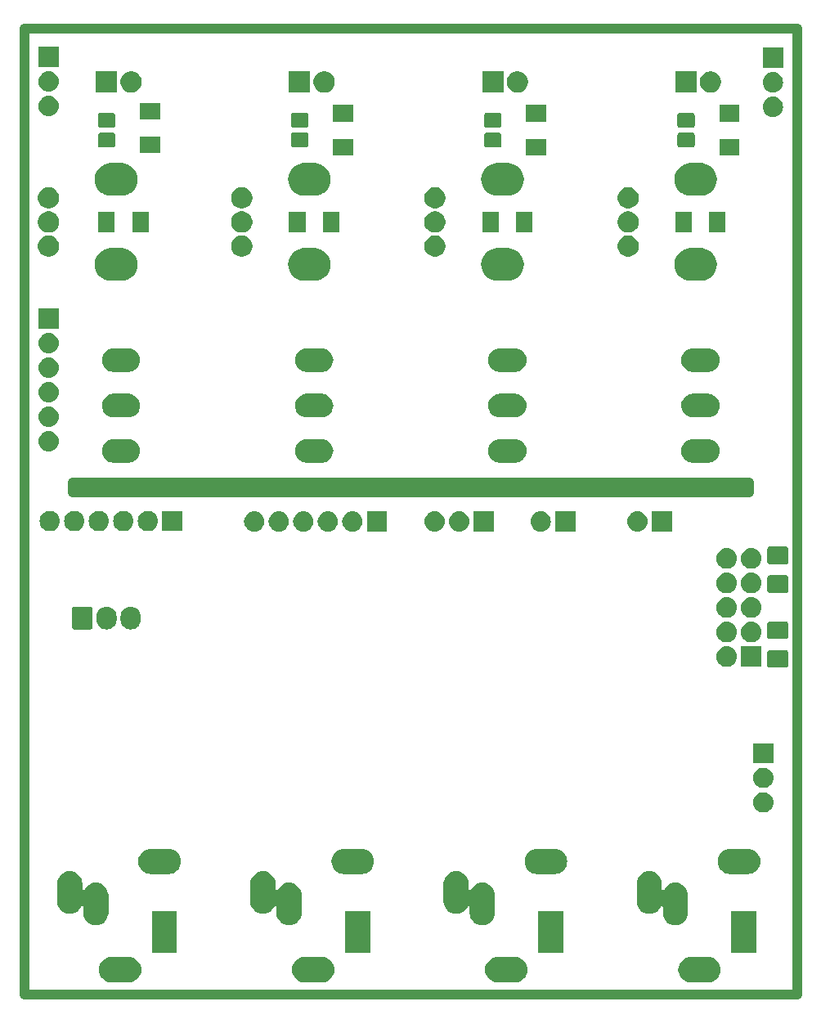
<source format=gbr>
%TF.GenerationSoftware,KiCad,Pcbnew,(5.1.0)-1*%
%TF.CreationDate,2019-09-30T23:49:38+02:00*%
%TF.ProjectId,KicadJE_SympleSeq,4b696361-644a-4455-9f53-796d706c6553,Rev A*%
%TF.SameCoordinates,Original*%
%TF.FileFunction,Soldermask,Bot*%
%TF.FilePolarity,Negative*%
%FSLAX46Y46*%
G04 Gerber Fmt 4.6, Leading zero omitted, Abs format (unit mm)*
G04 Created by KiCad (PCBNEW (5.1.0)-1) date 2019-09-30 23:49:38*
%MOMM*%
%LPD*%
G04 APERTURE LIST*
%ADD10C,1.000000*%
%ADD11C,0.150000*%
G04 APERTURE END LIST*
D10*
X105000000Y-96950000D02*
X105000000Y-97950000D01*
X175000000Y-96950000D02*
X175000000Y-97950000D01*
X105000000Y-96950000D02*
X175000000Y-96950000D01*
X175000000Y-97950000D02*
X105000000Y-97950000D01*
X180000000Y-50000000D02*
X100000000Y-50000000D01*
X180000000Y-150000000D02*
X180000000Y-50000000D01*
X100000000Y-150000000D02*
X180000000Y-150000000D01*
X100000000Y-50000000D02*
X100000000Y-150000000D01*
D11*
G36*
X131054845Y-146118810D02*
G01*
X131299896Y-146193145D01*
X131525736Y-146313860D01*
X131723687Y-146476313D01*
X131886140Y-146674264D01*
X132006855Y-146900104D01*
X132081190Y-147145155D01*
X132106290Y-147400000D01*
X132081190Y-147654845D01*
X132006855Y-147899896D01*
X131886140Y-148125736D01*
X131723687Y-148323687D01*
X131525736Y-148486140D01*
X131299896Y-148606855D01*
X131054845Y-148681190D01*
X130863864Y-148700000D01*
X128936136Y-148700000D01*
X128745155Y-148681190D01*
X128500104Y-148606855D01*
X128274264Y-148486140D01*
X128076313Y-148323687D01*
X127913860Y-148125736D01*
X127793145Y-147899896D01*
X127718810Y-147654845D01*
X127693710Y-147400000D01*
X127718810Y-147145155D01*
X127793145Y-146900104D01*
X127913860Y-146674264D01*
X128076313Y-146476313D01*
X128274264Y-146313860D01*
X128500104Y-146193145D01*
X128745155Y-146118810D01*
X128936136Y-146100000D01*
X130863864Y-146100000D01*
X131054845Y-146118810D01*
X131054845Y-146118810D01*
G37*
G36*
X151054845Y-146118810D02*
G01*
X151299896Y-146193145D01*
X151525736Y-146313860D01*
X151723687Y-146476313D01*
X151886140Y-146674264D01*
X152006855Y-146900104D01*
X152081190Y-147145155D01*
X152106290Y-147400000D01*
X152081190Y-147654845D01*
X152006855Y-147899896D01*
X151886140Y-148125736D01*
X151723687Y-148323687D01*
X151525736Y-148486140D01*
X151299896Y-148606855D01*
X151054845Y-148681190D01*
X150863864Y-148700000D01*
X148936136Y-148700000D01*
X148745155Y-148681190D01*
X148500104Y-148606855D01*
X148274264Y-148486140D01*
X148076313Y-148323687D01*
X147913860Y-148125736D01*
X147793145Y-147899896D01*
X147718810Y-147654845D01*
X147693710Y-147400000D01*
X147718810Y-147145155D01*
X147793145Y-146900104D01*
X147913860Y-146674264D01*
X148076313Y-146476313D01*
X148274264Y-146313860D01*
X148500104Y-146193145D01*
X148745155Y-146118810D01*
X148936136Y-146100000D01*
X150863864Y-146100000D01*
X151054845Y-146118810D01*
X151054845Y-146118810D01*
G37*
G36*
X171054845Y-146118810D02*
G01*
X171299896Y-146193145D01*
X171525736Y-146313860D01*
X171723687Y-146476313D01*
X171886140Y-146674264D01*
X172006855Y-146900104D01*
X172081190Y-147145155D01*
X172106290Y-147400000D01*
X172081190Y-147654845D01*
X172006855Y-147899896D01*
X171886140Y-148125736D01*
X171723687Y-148323687D01*
X171525736Y-148486140D01*
X171299896Y-148606855D01*
X171054845Y-148681190D01*
X170863864Y-148700000D01*
X168936136Y-148700000D01*
X168745155Y-148681190D01*
X168500104Y-148606855D01*
X168274264Y-148486140D01*
X168076313Y-148323687D01*
X167913860Y-148125736D01*
X167793145Y-147899896D01*
X167718810Y-147654845D01*
X167693710Y-147400000D01*
X167718810Y-147145155D01*
X167793145Y-146900104D01*
X167913860Y-146674264D01*
X168076313Y-146476313D01*
X168274264Y-146313860D01*
X168500104Y-146193145D01*
X168745155Y-146118810D01*
X168936136Y-146100000D01*
X170863864Y-146100000D01*
X171054845Y-146118810D01*
X171054845Y-146118810D01*
G37*
G36*
X111054845Y-146118810D02*
G01*
X111299896Y-146193145D01*
X111525736Y-146313860D01*
X111723687Y-146476313D01*
X111886140Y-146674264D01*
X112006855Y-146900104D01*
X112081190Y-147145155D01*
X112106290Y-147400000D01*
X112081190Y-147654845D01*
X112006855Y-147899896D01*
X111886140Y-148125736D01*
X111723687Y-148323687D01*
X111525736Y-148486140D01*
X111299896Y-148606855D01*
X111054845Y-148681190D01*
X110863864Y-148700000D01*
X108936136Y-148700000D01*
X108745155Y-148681190D01*
X108500104Y-148606855D01*
X108274264Y-148486140D01*
X108076313Y-148323687D01*
X107913860Y-148125736D01*
X107793145Y-147899896D01*
X107718810Y-147654845D01*
X107693710Y-147400000D01*
X107718810Y-147145155D01*
X107793145Y-146900104D01*
X107913860Y-146674264D01*
X108076313Y-146476313D01*
X108274264Y-146313860D01*
X108500104Y-146193145D01*
X108745155Y-146118810D01*
X108936136Y-146100000D01*
X110863864Y-146100000D01*
X111054845Y-146118810D01*
X111054845Y-146118810D01*
G37*
G36*
X175800000Y-145700000D02*
G01*
X173200000Y-145700000D01*
X173200000Y-141300000D01*
X175800000Y-141300000D01*
X175800000Y-145700000D01*
X175800000Y-145700000D01*
G37*
G36*
X155800000Y-145700000D02*
G01*
X153200000Y-145700000D01*
X153200000Y-141300000D01*
X155800000Y-141300000D01*
X155800000Y-145700000D01*
X155800000Y-145700000D01*
G37*
G36*
X135800000Y-145700000D02*
G01*
X133200000Y-145700000D01*
X133200000Y-141300000D01*
X135800000Y-141300000D01*
X135800000Y-145700000D01*
X135800000Y-145700000D01*
G37*
G36*
X115800000Y-145700000D02*
G01*
X113200000Y-145700000D01*
X113200000Y-141300000D01*
X115800000Y-141300000D01*
X115800000Y-145700000D01*
X115800000Y-145700000D01*
G37*
G36*
X104954844Y-137218810D02*
G01*
X105199895Y-137293145D01*
X105425735Y-137413860D01*
X105623687Y-137576313D01*
X105786140Y-137774264D01*
X105906855Y-138000104D01*
X105981190Y-138245155D01*
X106000000Y-138436136D01*
X106000000Y-139062432D01*
X106002402Y-139086818D01*
X106009515Y-139110267D01*
X106021066Y-139131878D01*
X106036611Y-139150820D01*
X106055553Y-139166365D01*
X106077164Y-139177916D01*
X106100613Y-139185029D01*
X106124999Y-139187431D01*
X106149385Y-139185029D01*
X106172834Y-139177916D01*
X106194445Y-139166365D01*
X106213387Y-139150820D01*
X106235238Y-139121356D01*
X106266734Y-139062432D01*
X106313860Y-138974265D01*
X106476313Y-138776313D01*
X106674264Y-138613860D01*
X106900104Y-138493145D01*
X107145155Y-138418810D01*
X107400000Y-138393710D01*
X107654844Y-138418810D01*
X107899895Y-138493145D01*
X108125735Y-138613860D01*
X108323687Y-138776313D01*
X108486140Y-138974264D01*
X108606855Y-139200104D01*
X108681190Y-139445155D01*
X108700000Y-139636136D01*
X108700000Y-141563864D01*
X108681190Y-141754845D01*
X108606855Y-141999896D01*
X108486140Y-142225736D01*
X108323687Y-142423687D01*
X108125736Y-142586140D01*
X107899896Y-142706855D01*
X107654845Y-142781190D01*
X107400000Y-142806290D01*
X107145156Y-142781190D01*
X106900105Y-142706855D01*
X106674265Y-142586140D01*
X106476314Y-142423687D01*
X106313861Y-142225736D01*
X106193146Y-141999896D01*
X106118811Y-141754845D01*
X106100000Y-141563864D01*
X106100000Y-140937569D01*
X106097598Y-140913183D01*
X106090485Y-140889734D01*
X106078934Y-140868123D01*
X106063389Y-140849181D01*
X106044447Y-140833636D01*
X106022836Y-140822085D01*
X105999387Y-140814972D01*
X105975001Y-140812570D01*
X105950615Y-140814972D01*
X105927166Y-140822085D01*
X105905555Y-140833636D01*
X105886613Y-140849181D01*
X105864764Y-140878643D01*
X105786140Y-141025736D01*
X105623687Y-141223687D01*
X105425736Y-141386140D01*
X105199896Y-141506855D01*
X104954845Y-141581190D01*
X104700000Y-141606290D01*
X104445156Y-141581190D01*
X104200105Y-141506855D01*
X103974265Y-141386140D01*
X103776314Y-141223687D01*
X103613861Y-141025736D01*
X103493146Y-140799896D01*
X103418811Y-140554845D01*
X103400000Y-140363864D01*
X103400000Y-138436137D01*
X103418810Y-138245156D01*
X103493145Y-138000105D01*
X103613860Y-137774265D01*
X103776313Y-137576313D01*
X103974264Y-137413860D01*
X104200104Y-137293145D01*
X104445155Y-137218810D01*
X104700000Y-137193710D01*
X104954844Y-137218810D01*
X104954844Y-137218810D01*
G37*
G36*
X144954844Y-137218810D02*
G01*
X145199895Y-137293145D01*
X145425735Y-137413860D01*
X145623687Y-137576313D01*
X145786140Y-137774264D01*
X145906855Y-138000104D01*
X145981190Y-138245155D01*
X146000000Y-138436136D01*
X146000000Y-139062432D01*
X146002402Y-139086818D01*
X146009515Y-139110267D01*
X146021066Y-139131878D01*
X146036611Y-139150820D01*
X146055553Y-139166365D01*
X146077164Y-139177916D01*
X146100613Y-139185029D01*
X146124999Y-139187431D01*
X146149385Y-139185029D01*
X146172834Y-139177916D01*
X146194445Y-139166365D01*
X146213387Y-139150820D01*
X146235238Y-139121356D01*
X146266734Y-139062432D01*
X146313860Y-138974265D01*
X146476313Y-138776313D01*
X146674264Y-138613860D01*
X146900104Y-138493145D01*
X147145155Y-138418810D01*
X147400000Y-138393710D01*
X147654844Y-138418810D01*
X147899895Y-138493145D01*
X148125735Y-138613860D01*
X148323687Y-138776313D01*
X148486140Y-138974264D01*
X148606855Y-139200104D01*
X148681190Y-139445155D01*
X148700000Y-139636136D01*
X148700000Y-141563864D01*
X148681190Y-141754845D01*
X148606855Y-141999896D01*
X148486140Y-142225736D01*
X148323687Y-142423687D01*
X148125736Y-142586140D01*
X147899896Y-142706855D01*
X147654845Y-142781190D01*
X147400000Y-142806290D01*
X147145156Y-142781190D01*
X146900105Y-142706855D01*
X146674265Y-142586140D01*
X146476314Y-142423687D01*
X146313861Y-142225736D01*
X146193146Y-141999896D01*
X146118811Y-141754845D01*
X146100000Y-141563864D01*
X146100000Y-140937569D01*
X146097598Y-140913183D01*
X146090485Y-140889734D01*
X146078934Y-140868123D01*
X146063389Y-140849181D01*
X146044447Y-140833636D01*
X146022836Y-140822085D01*
X145999387Y-140814972D01*
X145975001Y-140812570D01*
X145950615Y-140814972D01*
X145927166Y-140822085D01*
X145905555Y-140833636D01*
X145886613Y-140849181D01*
X145864764Y-140878643D01*
X145786140Y-141025736D01*
X145623687Y-141223687D01*
X145425736Y-141386140D01*
X145199896Y-141506855D01*
X144954845Y-141581190D01*
X144700000Y-141606290D01*
X144445156Y-141581190D01*
X144200105Y-141506855D01*
X143974265Y-141386140D01*
X143776314Y-141223687D01*
X143613861Y-141025736D01*
X143493146Y-140799896D01*
X143418811Y-140554845D01*
X143400000Y-140363864D01*
X143400000Y-138436137D01*
X143418810Y-138245156D01*
X143493145Y-138000105D01*
X143613860Y-137774265D01*
X143776313Y-137576313D01*
X143974264Y-137413860D01*
X144200104Y-137293145D01*
X144445155Y-137218810D01*
X144700000Y-137193710D01*
X144954844Y-137218810D01*
X144954844Y-137218810D01*
G37*
G36*
X164954844Y-137218810D02*
G01*
X165199895Y-137293145D01*
X165425735Y-137413860D01*
X165623687Y-137576313D01*
X165786140Y-137774264D01*
X165906855Y-138000104D01*
X165981190Y-138245155D01*
X166000000Y-138436136D01*
X166000000Y-139062432D01*
X166002402Y-139086818D01*
X166009515Y-139110267D01*
X166021066Y-139131878D01*
X166036611Y-139150820D01*
X166055553Y-139166365D01*
X166077164Y-139177916D01*
X166100613Y-139185029D01*
X166124999Y-139187431D01*
X166149385Y-139185029D01*
X166172834Y-139177916D01*
X166194445Y-139166365D01*
X166213387Y-139150820D01*
X166235238Y-139121356D01*
X166266734Y-139062432D01*
X166313860Y-138974265D01*
X166476313Y-138776313D01*
X166674264Y-138613860D01*
X166900104Y-138493145D01*
X167145155Y-138418810D01*
X167400000Y-138393710D01*
X167654844Y-138418810D01*
X167899895Y-138493145D01*
X168125735Y-138613860D01*
X168323687Y-138776313D01*
X168486140Y-138974264D01*
X168606855Y-139200104D01*
X168681190Y-139445155D01*
X168700000Y-139636136D01*
X168700000Y-141563864D01*
X168681190Y-141754845D01*
X168606855Y-141999896D01*
X168486140Y-142225736D01*
X168323687Y-142423687D01*
X168125736Y-142586140D01*
X167899896Y-142706855D01*
X167654845Y-142781190D01*
X167400000Y-142806290D01*
X167145156Y-142781190D01*
X166900105Y-142706855D01*
X166674265Y-142586140D01*
X166476314Y-142423687D01*
X166313861Y-142225736D01*
X166193146Y-141999896D01*
X166118811Y-141754845D01*
X166100000Y-141563864D01*
X166100000Y-140937569D01*
X166097598Y-140913183D01*
X166090485Y-140889734D01*
X166078934Y-140868123D01*
X166063389Y-140849181D01*
X166044447Y-140833636D01*
X166022836Y-140822085D01*
X165999387Y-140814972D01*
X165975001Y-140812570D01*
X165950615Y-140814972D01*
X165927166Y-140822085D01*
X165905555Y-140833636D01*
X165886613Y-140849181D01*
X165864764Y-140878643D01*
X165786140Y-141025736D01*
X165623687Y-141223687D01*
X165425736Y-141386140D01*
X165199896Y-141506855D01*
X164954845Y-141581190D01*
X164700000Y-141606290D01*
X164445156Y-141581190D01*
X164200105Y-141506855D01*
X163974265Y-141386140D01*
X163776314Y-141223687D01*
X163613861Y-141025736D01*
X163493146Y-140799896D01*
X163418811Y-140554845D01*
X163400000Y-140363864D01*
X163400000Y-138436137D01*
X163418810Y-138245156D01*
X163493145Y-138000105D01*
X163613860Y-137774265D01*
X163776313Y-137576313D01*
X163974264Y-137413860D01*
X164200104Y-137293145D01*
X164445155Y-137218810D01*
X164700000Y-137193710D01*
X164954844Y-137218810D01*
X164954844Y-137218810D01*
G37*
G36*
X124954844Y-137218810D02*
G01*
X125199895Y-137293145D01*
X125425735Y-137413860D01*
X125623687Y-137576313D01*
X125786140Y-137774264D01*
X125906855Y-138000104D01*
X125981190Y-138245155D01*
X126000000Y-138436136D01*
X126000000Y-139062432D01*
X126002402Y-139086818D01*
X126009515Y-139110267D01*
X126021066Y-139131878D01*
X126036611Y-139150820D01*
X126055553Y-139166365D01*
X126077164Y-139177916D01*
X126100613Y-139185029D01*
X126124999Y-139187431D01*
X126149385Y-139185029D01*
X126172834Y-139177916D01*
X126194445Y-139166365D01*
X126213387Y-139150820D01*
X126235238Y-139121356D01*
X126266734Y-139062432D01*
X126313860Y-138974265D01*
X126476313Y-138776313D01*
X126674264Y-138613860D01*
X126900104Y-138493145D01*
X127145155Y-138418810D01*
X127400000Y-138393710D01*
X127654844Y-138418810D01*
X127899895Y-138493145D01*
X128125735Y-138613860D01*
X128323687Y-138776313D01*
X128486140Y-138974264D01*
X128606855Y-139200104D01*
X128681190Y-139445155D01*
X128700000Y-139636136D01*
X128700000Y-141563864D01*
X128681190Y-141754845D01*
X128606855Y-141999896D01*
X128486140Y-142225736D01*
X128323687Y-142423687D01*
X128125736Y-142586140D01*
X127899896Y-142706855D01*
X127654845Y-142781190D01*
X127400000Y-142806290D01*
X127145156Y-142781190D01*
X126900105Y-142706855D01*
X126674265Y-142586140D01*
X126476314Y-142423687D01*
X126313861Y-142225736D01*
X126193146Y-141999896D01*
X126118811Y-141754845D01*
X126100000Y-141563864D01*
X126100000Y-140937569D01*
X126097598Y-140913183D01*
X126090485Y-140889734D01*
X126078934Y-140868123D01*
X126063389Y-140849181D01*
X126044447Y-140833636D01*
X126022836Y-140822085D01*
X125999387Y-140814972D01*
X125975001Y-140812570D01*
X125950615Y-140814972D01*
X125927166Y-140822085D01*
X125905555Y-140833636D01*
X125886613Y-140849181D01*
X125864764Y-140878643D01*
X125786140Y-141025736D01*
X125623687Y-141223687D01*
X125425736Y-141386140D01*
X125199896Y-141506855D01*
X124954845Y-141581190D01*
X124700000Y-141606290D01*
X124445156Y-141581190D01*
X124200105Y-141506855D01*
X123974265Y-141386140D01*
X123776314Y-141223687D01*
X123613861Y-141025736D01*
X123493146Y-140799896D01*
X123418811Y-140554845D01*
X123400000Y-140363864D01*
X123400000Y-138436137D01*
X123418810Y-138245156D01*
X123493145Y-138000105D01*
X123613860Y-137774265D01*
X123776313Y-137576313D01*
X123974264Y-137413860D01*
X124200104Y-137293145D01*
X124445155Y-137218810D01*
X124700000Y-137193710D01*
X124954844Y-137218810D01*
X124954844Y-137218810D01*
G37*
G36*
X135154845Y-134918810D02*
G01*
X135399896Y-134993145D01*
X135625736Y-135113860D01*
X135823687Y-135276313D01*
X135986140Y-135474264D01*
X136106855Y-135700104D01*
X136181190Y-135945155D01*
X136206290Y-136200000D01*
X136181190Y-136454845D01*
X136106855Y-136699896D01*
X135986140Y-136925736D01*
X135823687Y-137123687D01*
X135625736Y-137286140D01*
X135399896Y-137406855D01*
X135154845Y-137481190D01*
X134963864Y-137500000D01*
X133036136Y-137500000D01*
X132845155Y-137481190D01*
X132600104Y-137406855D01*
X132374264Y-137286140D01*
X132176313Y-137123687D01*
X132013860Y-136925736D01*
X131893145Y-136699896D01*
X131818810Y-136454845D01*
X131793710Y-136200000D01*
X131818810Y-135945155D01*
X131893145Y-135700104D01*
X132013860Y-135474264D01*
X132176313Y-135276313D01*
X132374264Y-135113860D01*
X132600104Y-134993145D01*
X132845155Y-134918810D01*
X133036136Y-134900000D01*
X134963864Y-134900000D01*
X135154845Y-134918810D01*
X135154845Y-134918810D01*
G37*
G36*
X115154845Y-134918810D02*
G01*
X115399896Y-134993145D01*
X115625736Y-135113860D01*
X115823687Y-135276313D01*
X115986140Y-135474264D01*
X116106855Y-135700104D01*
X116181190Y-135945155D01*
X116206290Y-136200000D01*
X116181190Y-136454845D01*
X116106855Y-136699896D01*
X115986140Y-136925736D01*
X115823687Y-137123687D01*
X115625736Y-137286140D01*
X115399896Y-137406855D01*
X115154845Y-137481190D01*
X114963864Y-137500000D01*
X113036136Y-137500000D01*
X112845155Y-137481190D01*
X112600104Y-137406855D01*
X112374264Y-137286140D01*
X112176313Y-137123687D01*
X112013860Y-136925736D01*
X111893145Y-136699896D01*
X111818810Y-136454845D01*
X111793710Y-136200000D01*
X111818810Y-135945155D01*
X111893145Y-135700104D01*
X112013860Y-135474264D01*
X112176313Y-135276313D01*
X112374264Y-135113860D01*
X112600104Y-134993145D01*
X112845155Y-134918810D01*
X113036136Y-134900000D01*
X114963864Y-134900000D01*
X115154845Y-134918810D01*
X115154845Y-134918810D01*
G37*
G36*
X175154845Y-134918810D02*
G01*
X175399896Y-134993145D01*
X175625736Y-135113860D01*
X175823687Y-135276313D01*
X175986140Y-135474264D01*
X176106855Y-135700104D01*
X176181190Y-135945155D01*
X176206290Y-136200000D01*
X176181190Y-136454845D01*
X176106855Y-136699896D01*
X175986140Y-136925736D01*
X175823687Y-137123687D01*
X175625736Y-137286140D01*
X175399896Y-137406855D01*
X175154845Y-137481190D01*
X174963864Y-137500000D01*
X173036136Y-137500000D01*
X172845155Y-137481190D01*
X172600104Y-137406855D01*
X172374264Y-137286140D01*
X172176313Y-137123687D01*
X172013860Y-136925736D01*
X171893145Y-136699896D01*
X171818810Y-136454845D01*
X171793710Y-136200000D01*
X171818810Y-135945155D01*
X171893145Y-135700104D01*
X172013860Y-135474264D01*
X172176313Y-135276313D01*
X172374264Y-135113860D01*
X172600104Y-134993145D01*
X172845155Y-134918810D01*
X173036136Y-134900000D01*
X174963864Y-134900000D01*
X175154845Y-134918810D01*
X175154845Y-134918810D01*
G37*
G36*
X155154845Y-134918810D02*
G01*
X155399896Y-134993145D01*
X155625736Y-135113860D01*
X155823687Y-135276313D01*
X155986140Y-135474264D01*
X156106855Y-135700104D01*
X156181190Y-135945155D01*
X156206290Y-136200000D01*
X156181190Y-136454845D01*
X156106855Y-136699896D01*
X155986140Y-136925736D01*
X155823687Y-137123687D01*
X155625736Y-137286140D01*
X155399896Y-137406855D01*
X155154845Y-137481190D01*
X154963864Y-137500000D01*
X153036136Y-137500000D01*
X152845155Y-137481190D01*
X152600104Y-137406855D01*
X152374264Y-137286140D01*
X152176313Y-137123687D01*
X152013860Y-136925736D01*
X151893145Y-136699896D01*
X151818810Y-136454845D01*
X151793710Y-136200000D01*
X151818810Y-135945155D01*
X151893145Y-135700104D01*
X152013860Y-135474264D01*
X152176313Y-135276313D01*
X152374264Y-135113860D01*
X152600104Y-134993145D01*
X152845155Y-134918810D01*
X153036136Y-134900000D01*
X154963864Y-134900000D01*
X155154845Y-134918810D01*
X155154845Y-134918810D01*
G37*
G36*
X176628707Y-129037596D02*
G01*
X176705836Y-129045193D01*
X176903762Y-129105233D01*
X176903765Y-129105234D01*
X177086170Y-129202732D01*
X177246055Y-129333945D01*
X177377268Y-129493830D01*
X177474766Y-129676235D01*
X177474767Y-129676238D01*
X177534807Y-129874164D01*
X177555080Y-130080000D01*
X177534807Y-130285836D01*
X177474767Y-130483762D01*
X177474766Y-130483765D01*
X177377268Y-130666170D01*
X177246055Y-130826055D01*
X177086170Y-130957268D01*
X176903765Y-131054766D01*
X176903762Y-131054767D01*
X176705836Y-131114807D01*
X176628707Y-131122404D01*
X176551580Y-131130000D01*
X176448420Y-131130000D01*
X176371293Y-131122404D01*
X176294164Y-131114807D01*
X176096238Y-131054767D01*
X176096235Y-131054766D01*
X175913830Y-130957268D01*
X175753945Y-130826055D01*
X175622732Y-130666170D01*
X175525234Y-130483765D01*
X175525233Y-130483762D01*
X175465193Y-130285836D01*
X175444920Y-130080000D01*
X175465193Y-129874164D01*
X175525233Y-129676238D01*
X175525234Y-129676235D01*
X175622732Y-129493830D01*
X175753945Y-129333945D01*
X175913830Y-129202732D01*
X176096235Y-129105234D01*
X176096238Y-129105233D01*
X176294164Y-129045193D01*
X176371293Y-129037596D01*
X176448420Y-129030000D01*
X176551580Y-129030000D01*
X176628707Y-129037596D01*
X176628707Y-129037596D01*
G37*
G36*
X176628707Y-126497596D02*
G01*
X176705836Y-126505193D01*
X176903762Y-126565233D01*
X176903765Y-126565234D01*
X177086170Y-126662732D01*
X177246055Y-126793945D01*
X177377268Y-126953830D01*
X177474766Y-127136235D01*
X177474767Y-127136238D01*
X177534807Y-127334164D01*
X177555080Y-127540000D01*
X177534807Y-127745836D01*
X177474767Y-127943762D01*
X177474766Y-127943765D01*
X177377268Y-128126170D01*
X177246055Y-128286055D01*
X177086170Y-128417268D01*
X176903765Y-128514766D01*
X176903762Y-128514767D01*
X176705836Y-128574807D01*
X176628707Y-128582404D01*
X176551580Y-128590000D01*
X176448420Y-128590000D01*
X176371293Y-128582404D01*
X176294164Y-128574807D01*
X176096238Y-128514767D01*
X176096235Y-128514766D01*
X175913830Y-128417268D01*
X175753945Y-128286055D01*
X175622732Y-128126170D01*
X175525234Y-127943765D01*
X175525233Y-127943762D01*
X175465193Y-127745836D01*
X175444920Y-127540000D01*
X175465193Y-127334164D01*
X175525233Y-127136238D01*
X175525234Y-127136235D01*
X175622732Y-126953830D01*
X175753945Y-126793945D01*
X175913830Y-126662732D01*
X176096235Y-126565234D01*
X176096238Y-126565233D01*
X176294164Y-126505193D01*
X176371293Y-126497596D01*
X176448420Y-126490000D01*
X176551580Y-126490000D01*
X176628707Y-126497596D01*
X176628707Y-126497596D01*
G37*
G36*
X177550000Y-126050000D02*
G01*
X175450000Y-126050000D01*
X175450000Y-123950000D01*
X177550000Y-123950000D01*
X177550000Y-126050000D01*
X177550000Y-126050000D01*
G37*
G36*
X178882481Y-114330186D02*
G01*
X178927205Y-114343754D01*
X178968430Y-114365789D01*
X179004561Y-114395439D01*
X179034211Y-114431570D01*
X179056246Y-114472795D01*
X179069814Y-114517519D01*
X179075000Y-114570176D01*
X179075000Y-115904824D01*
X179069814Y-115957481D01*
X179056246Y-116002205D01*
X179034211Y-116043430D01*
X179004561Y-116079561D01*
X178968430Y-116109211D01*
X178927205Y-116131246D01*
X178882481Y-116144814D01*
X178829824Y-116150000D01*
X177170176Y-116150000D01*
X177117519Y-116144814D01*
X177072795Y-116131246D01*
X177031570Y-116109211D01*
X176995439Y-116079561D01*
X176965789Y-116043430D01*
X176943754Y-116002205D01*
X176930186Y-115957481D01*
X176925000Y-115904824D01*
X176925000Y-114570176D01*
X176930186Y-114517519D01*
X176943754Y-114472795D01*
X176965789Y-114431570D01*
X176995439Y-114395439D01*
X177031570Y-114365789D01*
X177072795Y-114343754D01*
X177117519Y-114330186D01*
X177170176Y-114325000D01*
X178829824Y-114325000D01*
X178882481Y-114330186D01*
X178882481Y-114330186D01*
G37*
G36*
X172918500Y-113951789D02*
G01*
X173118994Y-114012608D01*
X173303759Y-114111367D01*
X173303762Y-114111369D01*
X173303763Y-114111370D01*
X173465718Y-114244282D01*
X173589768Y-114395439D01*
X173598633Y-114406241D01*
X173697392Y-114591006D01*
X173758211Y-114791500D01*
X173778746Y-115000000D01*
X173758211Y-115208500D01*
X173697392Y-115408994D01*
X173598633Y-115593759D01*
X173598631Y-115593762D01*
X173598630Y-115593763D01*
X173465718Y-115755718D01*
X173303763Y-115888630D01*
X173303759Y-115888633D01*
X173118994Y-115987392D01*
X172918500Y-116048211D01*
X172762251Y-116063600D01*
X172657749Y-116063600D01*
X172501500Y-116048211D01*
X172301006Y-115987392D01*
X172116241Y-115888633D01*
X172116237Y-115888630D01*
X171954282Y-115755718D01*
X171821370Y-115593763D01*
X171821369Y-115593762D01*
X171821367Y-115593759D01*
X171722608Y-115408994D01*
X171661789Y-115208500D01*
X171641254Y-115000000D01*
X171661789Y-114791500D01*
X171722608Y-114591006D01*
X171821367Y-114406241D01*
X171830232Y-114395439D01*
X171954282Y-114244282D01*
X172116237Y-114111370D01*
X172116238Y-114111369D01*
X172116241Y-114111367D01*
X172301006Y-114012608D01*
X172501500Y-113951789D01*
X172657749Y-113936400D01*
X172762251Y-113936400D01*
X172918500Y-113951789D01*
X172918500Y-113951789D01*
G37*
G36*
X176313600Y-116063600D02*
G01*
X174186400Y-116063600D01*
X174186400Y-113936400D01*
X176313600Y-113936400D01*
X176313600Y-116063600D01*
X176313600Y-116063600D01*
G37*
G36*
X172918500Y-111411789D02*
G01*
X173118994Y-111472608D01*
X173303759Y-111571367D01*
X173303762Y-111571369D01*
X173303763Y-111571370D01*
X173465718Y-111704282D01*
X173598630Y-111866237D01*
X173598633Y-111866241D01*
X173697392Y-112051006D01*
X173758211Y-112251500D01*
X173778746Y-112460000D01*
X173758211Y-112668500D01*
X173697392Y-112868994D01*
X173598633Y-113053759D01*
X173598631Y-113053762D01*
X173598630Y-113053763D01*
X173465718Y-113215718D01*
X173303763Y-113348630D01*
X173303759Y-113348633D01*
X173118994Y-113447392D01*
X172918500Y-113508211D01*
X172762251Y-113523600D01*
X172657749Y-113523600D01*
X172501500Y-113508211D01*
X172301006Y-113447392D01*
X172116241Y-113348633D01*
X172116237Y-113348630D01*
X171954282Y-113215718D01*
X171821370Y-113053763D01*
X171821369Y-113053762D01*
X171821367Y-113053759D01*
X171722608Y-112868994D01*
X171661789Y-112668500D01*
X171641254Y-112460000D01*
X171661789Y-112251500D01*
X171722608Y-112051006D01*
X171821367Y-111866241D01*
X171821370Y-111866237D01*
X171954282Y-111704282D01*
X172116237Y-111571370D01*
X172116238Y-111571369D01*
X172116241Y-111571367D01*
X172301006Y-111472608D01*
X172501500Y-111411789D01*
X172657749Y-111396400D01*
X172762251Y-111396400D01*
X172918500Y-111411789D01*
X172918500Y-111411789D01*
G37*
G36*
X175458500Y-111411789D02*
G01*
X175658994Y-111472608D01*
X175843759Y-111571367D01*
X175843762Y-111571369D01*
X175843763Y-111571370D01*
X176005718Y-111704282D01*
X176138630Y-111866237D01*
X176138633Y-111866241D01*
X176237392Y-112051006D01*
X176298211Y-112251500D01*
X176318746Y-112460000D01*
X176298211Y-112668500D01*
X176237392Y-112868994D01*
X176138633Y-113053759D01*
X176138631Y-113053762D01*
X176138630Y-113053763D01*
X176005718Y-113215718D01*
X175843763Y-113348630D01*
X175843759Y-113348633D01*
X175658994Y-113447392D01*
X175458500Y-113508211D01*
X175302251Y-113523600D01*
X175197749Y-113523600D01*
X175041500Y-113508211D01*
X174841006Y-113447392D01*
X174656241Y-113348633D01*
X174656237Y-113348630D01*
X174494282Y-113215718D01*
X174361370Y-113053763D01*
X174361369Y-113053762D01*
X174361367Y-113053759D01*
X174262608Y-112868994D01*
X174201789Y-112668500D01*
X174181254Y-112460000D01*
X174201789Y-112251500D01*
X174262608Y-112051006D01*
X174361367Y-111866241D01*
X174361370Y-111866237D01*
X174494282Y-111704282D01*
X174656237Y-111571370D01*
X174656238Y-111571369D01*
X174656241Y-111571367D01*
X174841006Y-111472608D01*
X175041500Y-111411789D01*
X175197749Y-111396400D01*
X175302251Y-111396400D01*
X175458500Y-111411789D01*
X175458500Y-111411789D01*
G37*
G36*
X178882481Y-111355186D02*
G01*
X178927205Y-111368754D01*
X178968430Y-111390789D01*
X179004561Y-111420439D01*
X179034211Y-111456570D01*
X179056246Y-111497795D01*
X179069814Y-111542519D01*
X179075000Y-111595176D01*
X179075000Y-112929824D01*
X179069814Y-112982481D01*
X179056246Y-113027205D01*
X179034211Y-113068430D01*
X179004561Y-113104561D01*
X178968430Y-113134211D01*
X178927205Y-113156246D01*
X178882481Y-113169814D01*
X178829824Y-113175000D01*
X177170176Y-113175000D01*
X177117519Y-113169814D01*
X177072795Y-113156246D01*
X177031570Y-113134211D01*
X176995439Y-113104561D01*
X176965789Y-113068430D01*
X176943754Y-113027205D01*
X176930186Y-112982481D01*
X176925000Y-112929824D01*
X176925000Y-111595176D01*
X176930186Y-111542519D01*
X176943754Y-111497795D01*
X176965789Y-111456570D01*
X176995439Y-111420439D01*
X177031570Y-111390789D01*
X177072795Y-111368754D01*
X177117519Y-111355186D01*
X177170176Y-111350000D01*
X178829824Y-111350000D01*
X178882481Y-111355186D01*
X178882481Y-111355186D01*
G37*
G36*
X108705835Y-109840193D02*
G01*
X108903761Y-109900233D01*
X108903764Y-109900234D01*
X109018204Y-109961404D01*
X109086171Y-109997733D01*
X109107993Y-110015642D01*
X109246055Y-110128945D01*
X109377268Y-110288830D01*
X109474766Y-110471235D01*
X109474766Y-110471236D01*
X109474767Y-110471238D01*
X109534807Y-110669164D01*
X109542404Y-110746293D01*
X109548544Y-110808633D01*
X109550000Y-110823422D01*
X109550000Y-111176577D01*
X109534807Y-111330835D01*
X109484160Y-111497795D01*
X109474766Y-111528764D01*
X109399179Y-111670176D01*
X109377267Y-111711171D01*
X109343087Y-111752819D01*
X109246055Y-111871055D01*
X109086170Y-112002268D01*
X108903765Y-112099766D01*
X108903762Y-112099767D01*
X108705836Y-112159807D01*
X108500000Y-112180080D01*
X108294165Y-112159807D01*
X108096239Y-112099767D01*
X108096236Y-112099766D01*
X107913831Y-112002268D01*
X107753946Y-111871054D01*
X107622732Y-111711170D01*
X107525234Y-111528765D01*
X107485082Y-111396400D01*
X107465193Y-111330836D01*
X107450000Y-111176578D01*
X107450000Y-110823423D01*
X107465193Y-110669165D01*
X107525233Y-110471239D01*
X107525234Y-110471236D01*
X107622732Y-110288831D01*
X107622733Y-110288829D01*
X107656913Y-110247181D01*
X107753945Y-110128945D01*
X107913830Y-109997732D01*
X108096235Y-109900234D01*
X108096238Y-109900233D01*
X108294164Y-109840193D01*
X108500000Y-109819920D01*
X108705835Y-109840193D01*
X108705835Y-109840193D01*
G37*
G36*
X111205835Y-109840193D02*
G01*
X111403761Y-109900233D01*
X111403764Y-109900234D01*
X111518204Y-109961404D01*
X111586171Y-109997733D01*
X111607993Y-110015642D01*
X111746055Y-110128945D01*
X111877268Y-110288830D01*
X111974766Y-110471235D01*
X111974766Y-110471236D01*
X111974767Y-110471238D01*
X112034807Y-110669164D01*
X112042404Y-110746293D01*
X112048544Y-110808633D01*
X112050000Y-110823422D01*
X112050000Y-111176577D01*
X112034807Y-111330835D01*
X111984160Y-111497795D01*
X111974766Y-111528764D01*
X111899179Y-111670176D01*
X111877267Y-111711171D01*
X111843087Y-111752819D01*
X111746055Y-111871055D01*
X111586170Y-112002268D01*
X111403765Y-112099766D01*
X111403762Y-112099767D01*
X111205836Y-112159807D01*
X111000000Y-112180080D01*
X110794165Y-112159807D01*
X110596239Y-112099767D01*
X110596236Y-112099766D01*
X110413831Y-112002268D01*
X110253946Y-111871054D01*
X110122732Y-111711170D01*
X110025234Y-111528765D01*
X109985082Y-111396400D01*
X109965193Y-111330836D01*
X109950000Y-111176578D01*
X109950000Y-110823423D01*
X109965193Y-110669165D01*
X110025233Y-110471239D01*
X110025234Y-110471236D01*
X110122732Y-110288831D01*
X110122733Y-110288829D01*
X110156913Y-110247181D01*
X110253945Y-110128945D01*
X110413830Y-109997732D01*
X110596235Y-109900234D01*
X110596238Y-109900233D01*
X110794164Y-109840193D01*
X111000000Y-109819920D01*
X111205835Y-109840193D01*
X111205835Y-109840193D01*
G37*
G36*
X106872326Y-109829831D02*
G01*
X106913596Y-109842350D01*
X106951631Y-109862681D01*
X106984964Y-109890036D01*
X107012319Y-109923369D01*
X107032650Y-109961404D01*
X107045169Y-110002674D01*
X107050000Y-110051727D01*
X107050000Y-111948273D01*
X107045169Y-111997326D01*
X107032650Y-112038596D01*
X107012319Y-112076631D01*
X106984964Y-112109964D01*
X106951631Y-112137319D01*
X106913596Y-112157650D01*
X106872326Y-112170169D01*
X106823273Y-112175000D01*
X105176727Y-112175000D01*
X105127674Y-112170169D01*
X105086404Y-112157650D01*
X105048369Y-112137319D01*
X105015036Y-112109964D01*
X104987681Y-112076631D01*
X104967350Y-112038596D01*
X104954831Y-111997326D01*
X104950000Y-111948273D01*
X104950000Y-110051727D01*
X104954831Y-110002674D01*
X104967350Y-109961404D01*
X104987681Y-109923369D01*
X105015036Y-109890036D01*
X105048369Y-109862681D01*
X105086404Y-109842350D01*
X105127674Y-109829831D01*
X105176727Y-109825000D01*
X106823273Y-109825000D01*
X106872326Y-109829831D01*
X106872326Y-109829831D01*
G37*
G36*
X172918500Y-108871789D02*
G01*
X173118994Y-108932608D01*
X173303759Y-109031367D01*
X173303762Y-109031369D01*
X173303763Y-109031370D01*
X173465718Y-109164282D01*
X173598630Y-109326237D01*
X173598633Y-109326241D01*
X173697392Y-109511006D01*
X173758211Y-109711500D01*
X173778746Y-109920000D01*
X173758211Y-110128500D01*
X173697392Y-110328994D01*
X173598633Y-110513759D01*
X173598631Y-110513762D01*
X173598630Y-110513763D01*
X173465718Y-110675718D01*
X173303763Y-110808630D01*
X173303759Y-110808633D01*
X173118994Y-110907392D01*
X172918500Y-110968211D01*
X172762251Y-110983600D01*
X172657749Y-110983600D01*
X172501500Y-110968211D01*
X172301006Y-110907392D01*
X172116241Y-110808633D01*
X172116237Y-110808630D01*
X171954282Y-110675718D01*
X171821370Y-110513763D01*
X171821369Y-110513762D01*
X171821367Y-110513759D01*
X171722608Y-110328994D01*
X171661789Y-110128500D01*
X171641254Y-109920000D01*
X171661789Y-109711500D01*
X171722608Y-109511006D01*
X171821367Y-109326241D01*
X171821370Y-109326237D01*
X171954282Y-109164282D01*
X172116237Y-109031370D01*
X172116238Y-109031369D01*
X172116241Y-109031367D01*
X172301006Y-108932608D01*
X172501500Y-108871789D01*
X172657749Y-108856400D01*
X172762251Y-108856400D01*
X172918500Y-108871789D01*
X172918500Y-108871789D01*
G37*
G36*
X175458500Y-108871789D02*
G01*
X175658994Y-108932608D01*
X175843759Y-109031367D01*
X175843762Y-109031369D01*
X175843763Y-109031370D01*
X176005718Y-109164282D01*
X176138630Y-109326237D01*
X176138633Y-109326241D01*
X176237392Y-109511006D01*
X176298211Y-109711500D01*
X176318746Y-109920000D01*
X176298211Y-110128500D01*
X176237392Y-110328994D01*
X176138633Y-110513759D01*
X176138631Y-110513762D01*
X176138630Y-110513763D01*
X176005718Y-110675718D01*
X175843763Y-110808630D01*
X175843759Y-110808633D01*
X175658994Y-110907392D01*
X175458500Y-110968211D01*
X175302251Y-110983600D01*
X175197749Y-110983600D01*
X175041500Y-110968211D01*
X174841006Y-110907392D01*
X174656241Y-110808633D01*
X174656237Y-110808630D01*
X174494282Y-110675718D01*
X174361370Y-110513763D01*
X174361369Y-110513762D01*
X174361367Y-110513759D01*
X174262608Y-110328994D01*
X174201789Y-110128500D01*
X174181254Y-109920000D01*
X174201789Y-109711500D01*
X174262608Y-109511006D01*
X174361367Y-109326241D01*
X174361370Y-109326237D01*
X174494282Y-109164282D01*
X174656237Y-109031370D01*
X174656238Y-109031369D01*
X174656241Y-109031367D01*
X174841006Y-108932608D01*
X175041500Y-108871789D01*
X175197749Y-108856400D01*
X175302251Y-108856400D01*
X175458500Y-108871789D01*
X175458500Y-108871789D01*
G37*
G36*
X175458500Y-106331789D02*
G01*
X175658994Y-106392608D01*
X175843759Y-106491367D01*
X175843762Y-106491369D01*
X175843763Y-106491370D01*
X176005718Y-106624282D01*
X176138630Y-106786237D01*
X176138633Y-106786241D01*
X176237392Y-106971006D01*
X176298211Y-107171500D01*
X176318746Y-107380000D01*
X176298211Y-107588500D01*
X176237392Y-107788994D01*
X176138633Y-107973759D01*
X176138631Y-107973762D01*
X176138630Y-107973763D01*
X176005718Y-108135718D01*
X175857076Y-108257704D01*
X175843759Y-108268633D01*
X175658994Y-108367392D01*
X175658991Y-108367393D01*
X175621669Y-108378714D01*
X175458500Y-108428211D01*
X175302251Y-108443600D01*
X175197749Y-108443600D01*
X175041500Y-108428211D01*
X174878331Y-108378714D01*
X174841009Y-108367393D01*
X174841006Y-108367392D01*
X174656241Y-108268633D01*
X174642924Y-108257704D01*
X174494282Y-108135718D01*
X174361370Y-107973763D01*
X174361369Y-107973762D01*
X174361367Y-107973759D01*
X174262608Y-107788994D01*
X174201789Y-107588500D01*
X174181254Y-107380000D01*
X174201789Y-107171500D01*
X174262608Y-106971006D01*
X174361367Y-106786241D01*
X174361370Y-106786237D01*
X174494282Y-106624282D01*
X174656237Y-106491370D01*
X174656238Y-106491369D01*
X174656241Y-106491367D01*
X174841006Y-106392608D01*
X175041500Y-106331789D01*
X175197749Y-106316400D01*
X175302251Y-106316400D01*
X175458500Y-106331789D01*
X175458500Y-106331789D01*
G37*
G36*
X172918500Y-106331789D02*
G01*
X173118994Y-106392608D01*
X173303759Y-106491367D01*
X173303762Y-106491369D01*
X173303763Y-106491370D01*
X173465718Y-106624282D01*
X173598630Y-106786237D01*
X173598633Y-106786241D01*
X173697392Y-106971006D01*
X173758211Y-107171500D01*
X173778746Y-107380000D01*
X173758211Y-107588500D01*
X173697392Y-107788994D01*
X173598633Y-107973759D01*
X173598631Y-107973762D01*
X173598630Y-107973763D01*
X173465718Y-108135718D01*
X173317076Y-108257704D01*
X173303759Y-108268633D01*
X173118994Y-108367392D01*
X173118991Y-108367393D01*
X173081669Y-108378714D01*
X172918500Y-108428211D01*
X172762251Y-108443600D01*
X172657749Y-108443600D01*
X172501500Y-108428211D01*
X172338331Y-108378714D01*
X172301009Y-108367393D01*
X172301006Y-108367392D01*
X172116241Y-108268633D01*
X172102924Y-108257704D01*
X171954282Y-108135718D01*
X171821370Y-107973763D01*
X171821369Y-107973762D01*
X171821367Y-107973759D01*
X171722608Y-107788994D01*
X171661789Y-107588500D01*
X171641254Y-107380000D01*
X171661789Y-107171500D01*
X171722608Y-106971006D01*
X171821367Y-106786241D01*
X171821370Y-106786237D01*
X171954282Y-106624282D01*
X172116237Y-106491370D01*
X172116238Y-106491369D01*
X172116241Y-106491367D01*
X172301006Y-106392608D01*
X172501500Y-106331789D01*
X172657749Y-106316400D01*
X172762251Y-106316400D01*
X172918500Y-106331789D01*
X172918500Y-106331789D01*
G37*
G36*
X178882481Y-106580186D02*
G01*
X178927205Y-106593754D01*
X178968430Y-106615789D01*
X179004561Y-106645439D01*
X179034211Y-106681570D01*
X179056246Y-106722795D01*
X179069814Y-106767519D01*
X179075000Y-106820176D01*
X179075000Y-108154824D01*
X179069814Y-108207481D01*
X179056246Y-108252205D01*
X179034211Y-108293430D01*
X179004561Y-108329561D01*
X178968430Y-108359211D01*
X178927205Y-108381246D01*
X178882481Y-108394814D01*
X178829824Y-108400000D01*
X177170176Y-108400000D01*
X177117519Y-108394814D01*
X177072795Y-108381246D01*
X177031570Y-108359211D01*
X176995439Y-108329561D01*
X176965789Y-108293430D01*
X176943754Y-108252205D01*
X176930186Y-108207481D01*
X176925000Y-108154824D01*
X176925000Y-106820176D01*
X176930186Y-106767519D01*
X176943754Y-106722795D01*
X176965789Y-106681570D01*
X176995439Y-106645439D01*
X177031570Y-106615789D01*
X177072795Y-106593754D01*
X177117519Y-106580186D01*
X177170176Y-106575000D01*
X178829824Y-106575000D01*
X178882481Y-106580186D01*
X178882481Y-106580186D01*
G37*
G36*
X175458500Y-103791789D02*
G01*
X175658994Y-103852608D01*
X175843759Y-103951367D01*
X175843762Y-103951369D01*
X175843763Y-103951370D01*
X176005718Y-104084282D01*
X176138630Y-104246237D01*
X176138633Y-104246241D01*
X176237392Y-104431006D01*
X176298211Y-104631500D01*
X176318746Y-104840000D01*
X176298211Y-105048500D01*
X176237392Y-105248994D01*
X176138633Y-105433759D01*
X176138631Y-105433762D01*
X176138630Y-105433763D01*
X176005718Y-105595718D01*
X175843763Y-105728630D01*
X175843759Y-105728633D01*
X175658994Y-105827392D01*
X175458500Y-105888211D01*
X175302251Y-105903600D01*
X175197749Y-105903600D01*
X175041500Y-105888211D01*
X174841006Y-105827392D01*
X174656241Y-105728633D01*
X174656237Y-105728630D01*
X174494282Y-105595718D01*
X174361370Y-105433763D01*
X174361369Y-105433762D01*
X174361367Y-105433759D01*
X174262608Y-105248994D01*
X174201789Y-105048500D01*
X174181254Y-104840000D01*
X174201789Y-104631500D01*
X174262608Y-104431006D01*
X174361367Y-104246241D01*
X174361370Y-104246237D01*
X174494282Y-104084282D01*
X174656237Y-103951370D01*
X174656238Y-103951369D01*
X174656241Y-103951367D01*
X174841006Y-103852608D01*
X175041500Y-103791789D01*
X175197749Y-103776400D01*
X175302251Y-103776400D01*
X175458500Y-103791789D01*
X175458500Y-103791789D01*
G37*
G36*
X172918500Y-103791789D02*
G01*
X173118994Y-103852608D01*
X173303759Y-103951367D01*
X173303762Y-103951369D01*
X173303763Y-103951370D01*
X173465718Y-104084282D01*
X173598630Y-104246237D01*
X173598633Y-104246241D01*
X173697392Y-104431006D01*
X173758211Y-104631500D01*
X173778746Y-104840000D01*
X173758211Y-105048500D01*
X173697392Y-105248994D01*
X173598633Y-105433759D01*
X173598631Y-105433762D01*
X173598630Y-105433763D01*
X173465718Y-105595718D01*
X173303763Y-105728630D01*
X173303759Y-105728633D01*
X173118994Y-105827392D01*
X172918500Y-105888211D01*
X172762251Y-105903600D01*
X172657749Y-105903600D01*
X172501500Y-105888211D01*
X172301006Y-105827392D01*
X172116241Y-105728633D01*
X172116237Y-105728630D01*
X171954282Y-105595718D01*
X171821370Y-105433763D01*
X171821369Y-105433762D01*
X171821367Y-105433759D01*
X171722608Y-105248994D01*
X171661789Y-105048500D01*
X171641254Y-104840000D01*
X171661789Y-104631500D01*
X171722608Y-104431006D01*
X171821367Y-104246241D01*
X171821370Y-104246237D01*
X171954282Y-104084282D01*
X172116237Y-103951370D01*
X172116238Y-103951369D01*
X172116241Y-103951367D01*
X172301006Y-103852608D01*
X172501500Y-103791789D01*
X172657749Y-103776400D01*
X172762251Y-103776400D01*
X172918500Y-103791789D01*
X172918500Y-103791789D01*
G37*
G36*
X178882481Y-103605186D02*
G01*
X178927205Y-103618754D01*
X178968430Y-103640789D01*
X179004561Y-103670439D01*
X179034211Y-103706570D01*
X179056246Y-103747795D01*
X179069814Y-103792519D01*
X179075000Y-103845176D01*
X179075000Y-105179824D01*
X179069814Y-105232481D01*
X179056246Y-105277205D01*
X179034211Y-105318430D01*
X179004561Y-105354561D01*
X178968430Y-105384211D01*
X178927205Y-105406246D01*
X178882481Y-105419814D01*
X178829824Y-105425000D01*
X177170176Y-105425000D01*
X177117519Y-105419814D01*
X177072795Y-105406246D01*
X177031570Y-105384211D01*
X176995439Y-105354561D01*
X176965789Y-105318430D01*
X176943754Y-105277205D01*
X176930186Y-105232481D01*
X176925000Y-105179824D01*
X176925000Y-103845176D01*
X176930186Y-103792519D01*
X176943754Y-103747795D01*
X176965789Y-103706570D01*
X176995439Y-103670439D01*
X177031570Y-103640789D01*
X177072795Y-103618754D01*
X177117519Y-103605186D01*
X177170176Y-103600000D01*
X178829824Y-103600000D01*
X178882481Y-103605186D01*
X178882481Y-103605186D01*
G37*
G36*
X131548707Y-99957596D02*
G01*
X131625836Y-99965193D01*
X131823762Y-100025233D01*
X131823765Y-100025234D01*
X132006170Y-100122732D01*
X132166055Y-100253945D01*
X132297268Y-100413830D01*
X132394766Y-100596235D01*
X132394767Y-100596238D01*
X132454807Y-100794164D01*
X132475080Y-101000000D01*
X132454807Y-101205836D01*
X132408417Y-101358763D01*
X132394766Y-101403765D01*
X132297268Y-101586170D01*
X132166055Y-101746055D01*
X132006170Y-101877268D01*
X131823765Y-101974766D01*
X131823762Y-101974767D01*
X131625836Y-102034807D01*
X131548707Y-102042404D01*
X131471580Y-102050000D01*
X131368420Y-102050000D01*
X131291293Y-102042403D01*
X131214164Y-102034807D01*
X131016238Y-101974767D01*
X131016235Y-101974766D01*
X130833830Y-101877268D01*
X130673945Y-101746055D01*
X130542732Y-101586170D01*
X130445234Y-101403765D01*
X130431583Y-101358763D01*
X130385193Y-101205836D01*
X130364920Y-101000000D01*
X130385193Y-100794164D01*
X130445233Y-100596238D01*
X130445234Y-100596235D01*
X130542732Y-100413830D01*
X130673945Y-100253945D01*
X130833830Y-100122732D01*
X131016235Y-100025234D01*
X131016238Y-100025233D01*
X131214164Y-99965193D01*
X131291293Y-99957596D01*
X131368420Y-99950000D01*
X131471580Y-99950000D01*
X131548707Y-99957596D01*
X131548707Y-99957596D01*
G37*
G36*
X145128707Y-99957596D02*
G01*
X145205836Y-99965193D01*
X145403762Y-100025233D01*
X145403765Y-100025234D01*
X145586170Y-100122732D01*
X145746055Y-100253945D01*
X145877268Y-100413830D01*
X145974766Y-100596235D01*
X145974767Y-100596238D01*
X146034807Y-100794164D01*
X146055080Y-101000000D01*
X146034807Y-101205836D01*
X145988417Y-101358763D01*
X145974766Y-101403765D01*
X145877268Y-101586170D01*
X145746055Y-101746055D01*
X145586170Y-101877268D01*
X145403765Y-101974766D01*
X145403762Y-101974767D01*
X145205836Y-102034807D01*
X145128707Y-102042404D01*
X145051580Y-102050000D01*
X144948420Y-102050000D01*
X144871293Y-102042403D01*
X144794164Y-102034807D01*
X144596238Y-101974767D01*
X144596235Y-101974766D01*
X144413830Y-101877268D01*
X144253945Y-101746055D01*
X144122732Y-101586170D01*
X144025234Y-101403765D01*
X144011583Y-101358763D01*
X143965193Y-101205836D01*
X143944920Y-101000000D01*
X143965193Y-100794164D01*
X144025233Y-100596238D01*
X144025234Y-100596235D01*
X144122732Y-100413830D01*
X144253945Y-100253945D01*
X144413830Y-100122732D01*
X144596235Y-100025234D01*
X144596238Y-100025233D01*
X144794164Y-99965193D01*
X144871293Y-99957596D01*
X144948420Y-99950000D01*
X145051580Y-99950000D01*
X145128707Y-99957596D01*
X145128707Y-99957596D01*
G37*
G36*
X126468707Y-99957596D02*
G01*
X126545836Y-99965193D01*
X126743762Y-100025233D01*
X126743765Y-100025234D01*
X126926170Y-100122732D01*
X127086055Y-100253945D01*
X127217268Y-100413830D01*
X127314766Y-100596235D01*
X127314767Y-100596238D01*
X127374807Y-100794164D01*
X127395080Y-101000000D01*
X127374807Y-101205836D01*
X127328417Y-101358763D01*
X127314766Y-101403765D01*
X127217268Y-101586170D01*
X127086055Y-101746055D01*
X126926170Y-101877268D01*
X126743765Y-101974766D01*
X126743762Y-101974767D01*
X126545836Y-102034807D01*
X126468707Y-102042404D01*
X126391580Y-102050000D01*
X126288420Y-102050000D01*
X126211293Y-102042403D01*
X126134164Y-102034807D01*
X125936238Y-101974767D01*
X125936235Y-101974766D01*
X125753830Y-101877268D01*
X125593945Y-101746055D01*
X125462732Y-101586170D01*
X125365234Y-101403765D01*
X125351583Y-101358763D01*
X125305193Y-101205836D01*
X125284920Y-101000000D01*
X125305193Y-100794164D01*
X125365233Y-100596238D01*
X125365234Y-100596235D01*
X125462732Y-100413830D01*
X125593945Y-100253945D01*
X125753830Y-100122732D01*
X125936235Y-100025234D01*
X125936238Y-100025233D01*
X126134164Y-99965193D01*
X126211293Y-99957596D01*
X126288420Y-99950000D01*
X126391580Y-99950000D01*
X126468707Y-99957596D01*
X126468707Y-99957596D01*
G37*
G36*
X129008707Y-99957596D02*
G01*
X129085836Y-99965193D01*
X129283762Y-100025233D01*
X129283765Y-100025234D01*
X129466170Y-100122732D01*
X129626055Y-100253945D01*
X129757268Y-100413830D01*
X129854766Y-100596235D01*
X129854767Y-100596238D01*
X129914807Y-100794164D01*
X129935080Y-101000000D01*
X129914807Y-101205836D01*
X129868417Y-101358763D01*
X129854766Y-101403765D01*
X129757268Y-101586170D01*
X129626055Y-101746055D01*
X129466170Y-101877268D01*
X129283765Y-101974766D01*
X129283762Y-101974767D01*
X129085836Y-102034807D01*
X129008707Y-102042404D01*
X128931580Y-102050000D01*
X128828420Y-102050000D01*
X128751293Y-102042403D01*
X128674164Y-102034807D01*
X128476238Y-101974767D01*
X128476235Y-101974766D01*
X128293830Y-101877268D01*
X128133945Y-101746055D01*
X128002732Y-101586170D01*
X127905234Y-101403765D01*
X127891583Y-101358763D01*
X127845193Y-101205836D01*
X127824920Y-101000000D01*
X127845193Y-100794164D01*
X127905233Y-100596238D01*
X127905234Y-100596235D01*
X128002732Y-100413830D01*
X128133945Y-100253945D01*
X128293830Y-100122732D01*
X128476235Y-100025234D01*
X128476238Y-100025233D01*
X128674164Y-99965193D01*
X128751293Y-99957596D01*
X128828420Y-99950000D01*
X128931580Y-99950000D01*
X129008707Y-99957596D01*
X129008707Y-99957596D01*
G37*
G36*
X134088707Y-99957596D02*
G01*
X134165836Y-99965193D01*
X134363762Y-100025233D01*
X134363765Y-100025234D01*
X134546170Y-100122732D01*
X134706055Y-100253945D01*
X134837268Y-100413830D01*
X134934766Y-100596235D01*
X134934767Y-100596238D01*
X134994807Y-100794164D01*
X135015080Y-101000000D01*
X134994807Y-101205836D01*
X134948417Y-101358763D01*
X134934766Y-101403765D01*
X134837268Y-101586170D01*
X134706055Y-101746055D01*
X134546170Y-101877268D01*
X134363765Y-101974766D01*
X134363762Y-101974767D01*
X134165836Y-102034807D01*
X134088707Y-102042404D01*
X134011580Y-102050000D01*
X133908420Y-102050000D01*
X133831293Y-102042403D01*
X133754164Y-102034807D01*
X133556238Y-101974767D01*
X133556235Y-101974766D01*
X133373830Y-101877268D01*
X133213945Y-101746055D01*
X133082732Y-101586170D01*
X132985234Y-101403765D01*
X132971583Y-101358763D01*
X132925193Y-101205836D01*
X132904920Y-101000000D01*
X132925193Y-100794164D01*
X132985233Y-100596238D01*
X132985234Y-100596235D01*
X133082732Y-100413830D01*
X133213945Y-100253945D01*
X133373830Y-100122732D01*
X133556235Y-100025234D01*
X133556238Y-100025233D01*
X133754164Y-99965193D01*
X133831293Y-99957596D01*
X133908420Y-99950000D01*
X134011580Y-99950000D01*
X134088707Y-99957596D01*
X134088707Y-99957596D01*
G37*
G36*
X137550000Y-102050000D02*
G01*
X135450000Y-102050000D01*
X135450000Y-99950000D01*
X137550000Y-99950000D01*
X137550000Y-102050000D01*
X137550000Y-102050000D01*
G37*
G36*
X167050000Y-102050000D02*
G01*
X164950000Y-102050000D01*
X164950000Y-99950000D01*
X167050000Y-99950000D01*
X167050000Y-102050000D01*
X167050000Y-102050000D01*
G37*
G36*
X142588707Y-99957596D02*
G01*
X142665836Y-99965193D01*
X142863762Y-100025233D01*
X142863765Y-100025234D01*
X143046170Y-100122732D01*
X143206055Y-100253945D01*
X143337268Y-100413830D01*
X143434766Y-100596235D01*
X143434767Y-100596238D01*
X143494807Y-100794164D01*
X143515080Y-101000000D01*
X143494807Y-101205836D01*
X143448417Y-101358763D01*
X143434766Y-101403765D01*
X143337268Y-101586170D01*
X143206055Y-101746055D01*
X143046170Y-101877268D01*
X142863765Y-101974766D01*
X142863762Y-101974767D01*
X142665836Y-102034807D01*
X142588707Y-102042404D01*
X142511580Y-102050000D01*
X142408420Y-102050000D01*
X142331293Y-102042403D01*
X142254164Y-102034807D01*
X142056238Y-101974767D01*
X142056235Y-101974766D01*
X141873830Y-101877268D01*
X141713945Y-101746055D01*
X141582732Y-101586170D01*
X141485234Y-101403765D01*
X141471583Y-101358763D01*
X141425193Y-101205836D01*
X141404920Y-101000000D01*
X141425193Y-100794164D01*
X141485233Y-100596238D01*
X141485234Y-100596235D01*
X141582732Y-100413830D01*
X141713945Y-100253945D01*
X141873830Y-100122732D01*
X142056235Y-100025234D01*
X142056238Y-100025233D01*
X142254164Y-99965193D01*
X142331293Y-99957596D01*
X142408420Y-99950000D01*
X142511580Y-99950000D01*
X142588707Y-99957596D01*
X142588707Y-99957596D01*
G37*
G36*
X148590000Y-102050000D02*
G01*
X146490000Y-102050000D01*
X146490000Y-99950000D01*
X148590000Y-99950000D01*
X148590000Y-102050000D01*
X148590000Y-102050000D01*
G37*
G36*
X157050000Y-102050000D02*
G01*
X154950000Y-102050000D01*
X154950000Y-99950000D01*
X157050000Y-99950000D01*
X157050000Y-102050000D01*
X157050000Y-102050000D01*
G37*
G36*
X153588707Y-99957596D02*
G01*
X153665836Y-99965193D01*
X153863762Y-100025233D01*
X153863765Y-100025234D01*
X154046170Y-100122732D01*
X154206055Y-100253945D01*
X154337268Y-100413830D01*
X154434766Y-100596235D01*
X154434767Y-100596238D01*
X154494807Y-100794164D01*
X154515080Y-101000000D01*
X154494807Y-101205836D01*
X154448417Y-101358763D01*
X154434766Y-101403765D01*
X154337268Y-101586170D01*
X154206055Y-101746055D01*
X154046170Y-101877268D01*
X153863765Y-101974766D01*
X153863762Y-101974767D01*
X153665836Y-102034807D01*
X153588707Y-102042404D01*
X153511580Y-102050000D01*
X153408420Y-102050000D01*
X153331293Y-102042403D01*
X153254164Y-102034807D01*
X153056238Y-101974767D01*
X153056235Y-101974766D01*
X152873830Y-101877268D01*
X152713945Y-101746055D01*
X152582732Y-101586170D01*
X152485234Y-101403765D01*
X152471583Y-101358763D01*
X152425193Y-101205836D01*
X152404920Y-101000000D01*
X152425193Y-100794164D01*
X152485233Y-100596238D01*
X152485234Y-100596235D01*
X152582732Y-100413830D01*
X152713945Y-100253945D01*
X152873830Y-100122732D01*
X153056235Y-100025234D01*
X153056238Y-100025233D01*
X153254164Y-99965193D01*
X153331293Y-99957596D01*
X153408420Y-99950000D01*
X153511580Y-99950000D01*
X153588707Y-99957596D01*
X153588707Y-99957596D01*
G37*
G36*
X123928707Y-99957596D02*
G01*
X124005836Y-99965193D01*
X124203762Y-100025233D01*
X124203765Y-100025234D01*
X124386170Y-100122732D01*
X124546055Y-100253945D01*
X124677268Y-100413830D01*
X124774766Y-100596235D01*
X124774767Y-100596238D01*
X124834807Y-100794164D01*
X124855080Y-101000000D01*
X124834807Y-101205836D01*
X124788417Y-101358763D01*
X124774766Y-101403765D01*
X124677268Y-101586170D01*
X124546055Y-101746055D01*
X124386170Y-101877268D01*
X124203765Y-101974766D01*
X124203762Y-101974767D01*
X124005836Y-102034807D01*
X123928707Y-102042404D01*
X123851580Y-102050000D01*
X123748420Y-102050000D01*
X123671293Y-102042403D01*
X123594164Y-102034807D01*
X123396238Y-101974767D01*
X123396235Y-101974766D01*
X123213830Y-101877268D01*
X123053945Y-101746055D01*
X122922732Y-101586170D01*
X122825234Y-101403765D01*
X122811583Y-101358763D01*
X122765193Y-101205836D01*
X122744920Y-101000000D01*
X122765193Y-100794164D01*
X122825233Y-100596238D01*
X122825234Y-100596235D01*
X122922732Y-100413830D01*
X123053945Y-100253945D01*
X123213830Y-100122732D01*
X123396235Y-100025234D01*
X123396238Y-100025233D01*
X123594164Y-99965193D01*
X123671293Y-99957596D01*
X123748420Y-99950000D01*
X123851580Y-99950000D01*
X123928707Y-99957596D01*
X123928707Y-99957596D01*
G37*
G36*
X163588707Y-99957596D02*
G01*
X163665836Y-99965193D01*
X163863762Y-100025233D01*
X163863765Y-100025234D01*
X164046170Y-100122732D01*
X164206055Y-100253945D01*
X164337268Y-100413830D01*
X164434766Y-100596235D01*
X164434767Y-100596238D01*
X164494807Y-100794164D01*
X164515080Y-101000000D01*
X164494807Y-101205836D01*
X164448417Y-101358763D01*
X164434766Y-101403765D01*
X164337268Y-101586170D01*
X164206055Y-101746055D01*
X164046170Y-101877268D01*
X163863765Y-101974766D01*
X163863762Y-101974767D01*
X163665836Y-102034807D01*
X163588707Y-102042404D01*
X163511580Y-102050000D01*
X163408420Y-102050000D01*
X163331293Y-102042403D01*
X163254164Y-102034807D01*
X163056238Y-101974767D01*
X163056235Y-101974766D01*
X162873830Y-101877268D01*
X162713945Y-101746055D01*
X162582732Y-101586170D01*
X162485234Y-101403765D01*
X162471583Y-101358763D01*
X162425193Y-101205836D01*
X162404920Y-101000000D01*
X162425193Y-100794164D01*
X162485233Y-100596238D01*
X162485234Y-100596235D01*
X162582732Y-100413830D01*
X162713945Y-100253945D01*
X162873830Y-100122732D01*
X163056235Y-100025234D01*
X163056238Y-100025233D01*
X163254164Y-99965193D01*
X163331293Y-99957596D01*
X163408420Y-99950000D01*
X163511580Y-99950000D01*
X163588707Y-99957596D01*
X163588707Y-99957596D01*
G37*
G36*
X116374999Y-102005001D02*
G01*
X114274999Y-102005001D01*
X114274999Y-99905001D01*
X116374999Y-99905001D01*
X116374999Y-102005001D01*
X116374999Y-102005001D01*
G37*
G36*
X102753706Y-99912598D02*
G01*
X102830835Y-99920194D01*
X102979177Y-99965193D01*
X103028764Y-99980235D01*
X103211169Y-100077733D01*
X103371054Y-100208946D01*
X103502267Y-100368831D01*
X103599765Y-100551236D01*
X103599766Y-100551239D01*
X103659806Y-100749165D01*
X103680079Y-100955001D01*
X103659806Y-101160837D01*
X103599766Y-101358763D01*
X103599765Y-101358766D01*
X103502267Y-101541171D01*
X103371054Y-101701056D01*
X103211169Y-101832269D01*
X103028764Y-101929767D01*
X103028761Y-101929768D01*
X102830835Y-101989808D01*
X102753706Y-101997405D01*
X102676579Y-102005001D01*
X102573419Y-102005001D01*
X102496292Y-101997405D01*
X102419163Y-101989808D01*
X102221237Y-101929768D01*
X102221234Y-101929767D01*
X102038829Y-101832269D01*
X101878944Y-101701056D01*
X101747731Y-101541171D01*
X101650233Y-101358766D01*
X101650232Y-101358763D01*
X101590192Y-101160837D01*
X101569919Y-100955001D01*
X101590192Y-100749165D01*
X101650232Y-100551239D01*
X101650233Y-100551236D01*
X101747731Y-100368831D01*
X101878944Y-100208946D01*
X102038829Y-100077733D01*
X102221234Y-99980235D01*
X102270821Y-99965193D01*
X102419163Y-99920194D01*
X102496292Y-99912598D01*
X102573419Y-99905001D01*
X102676579Y-99905001D01*
X102753706Y-99912598D01*
X102753706Y-99912598D01*
G37*
G36*
X105293706Y-99912598D02*
G01*
X105370835Y-99920194D01*
X105519177Y-99965193D01*
X105568764Y-99980235D01*
X105751169Y-100077733D01*
X105911054Y-100208946D01*
X106042267Y-100368831D01*
X106139765Y-100551236D01*
X106139766Y-100551239D01*
X106199806Y-100749165D01*
X106220079Y-100955001D01*
X106199806Y-101160837D01*
X106139766Y-101358763D01*
X106139765Y-101358766D01*
X106042267Y-101541171D01*
X105911054Y-101701056D01*
X105751169Y-101832269D01*
X105568764Y-101929767D01*
X105568761Y-101929768D01*
X105370835Y-101989808D01*
X105293706Y-101997405D01*
X105216579Y-102005001D01*
X105113419Y-102005001D01*
X105036292Y-101997405D01*
X104959163Y-101989808D01*
X104761237Y-101929768D01*
X104761234Y-101929767D01*
X104578829Y-101832269D01*
X104418944Y-101701056D01*
X104287731Y-101541171D01*
X104190233Y-101358766D01*
X104190232Y-101358763D01*
X104130192Y-101160837D01*
X104109919Y-100955001D01*
X104130192Y-100749165D01*
X104190232Y-100551239D01*
X104190233Y-100551236D01*
X104287731Y-100368831D01*
X104418944Y-100208946D01*
X104578829Y-100077733D01*
X104761234Y-99980235D01*
X104810821Y-99965193D01*
X104959163Y-99920194D01*
X105036292Y-99912598D01*
X105113419Y-99905001D01*
X105216579Y-99905001D01*
X105293706Y-99912598D01*
X105293706Y-99912598D01*
G37*
G36*
X110373706Y-99912598D02*
G01*
X110450835Y-99920194D01*
X110599177Y-99965193D01*
X110648764Y-99980235D01*
X110831169Y-100077733D01*
X110991054Y-100208946D01*
X111122267Y-100368831D01*
X111219765Y-100551236D01*
X111219766Y-100551239D01*
X111279806Y-100749165D01*
X111300079Y-100955001D01*
X111279806Y-101160837D01*
X111219766Y-101358763D01*
X111219765Y-101358766D01*
X111122267Y-101541171D01*
X110991054Y-101701056D01*
X110831169Y-101832269D01*
X110648764Y-101929767D01*
X110648761Y-101929768D01*
X110450835Y-101989808D01*
X110373706Y-101997405D01*
X110296579Y-102005001D01*
X110193419Y-102005001D01*
X110116292Y-101997405D01*
X110039163Y-101989808D01*
X109841237Y-101929768D01*
X109841234Y-101929767D01*
X109658829Y-101832269D01*
X109498944Y-101701056D01*
X109367731Y-101541171D01*
X109270233Y-101358766D01*
X109270232Y-101358763D01*
X109210192Y-101160837D01*
X109189919Y-100955001D01*
X109210192Y-100749165D01*
X109270232Y-100551239D01*
X109270233Y-100551236D01*
X109367731Y-100368831D01*
X109498944Y-100208946D01*
X109658829Y-100077733D01*
X109841234Y-99980235D01*
X109890821Y-99965193D01*
X110039163Y-99920194D01*
X110116292Y-99912598D01*
X110193419Y-99905001D01*
X110296579Y-99905001D01*
X110373706Y-99912598D01*
X110373706Y-99912598D01*
G37*
G36*
X107833706Y-99912598D02*
G01*
X107910835Y-99920194D01*
X108059177Y-99965193D01*
X108108764Y-99980235D01*
X108291169Y-100077733D01*
X108451054Y-100208946D01*
X108582267Y-100368831D01*
X108679765Y-100551236D01*
X108679766Y-100551239D01*
X108739806Y-100749165D01*
X108760079Y-100955001D01*
X108739806Y-101160837D01*
X108679766Y-101358763D01*
X108679765Y-101358766D01*
X108582267Y-101541171D01*
X108451054Y-101701056D01*
X108291169Y-101832269D01*
X108108764Y-101929767D01*
X108108761Y-101929768D01*
X107910835Y-101989808D01*
X107833706Y-101997405D01*
X107756579Y-102005001D01*
X107653419Y-102005001D01*
X107576292Y-101997405D01*
X107499163Y-101989808D01*
X107301237Y-101929768D01*
X107301234Y-101929767D01*
X107118829Y-101832269D01*
X106958944Y-101701056D01*
X106827731Y-101541171D01*
X106730233Y-101358766D01*
X106730232Y-101358763D01*
X106670192Y-101160837D01*
X106649919Y-100955001D01*
X106670192Y-100749165D01*
X106730232Y-100551239D01*
X106730233Y-100551236D01*
X106827731Y-100368831D01*
X106958944Y-100208946D01*
X107118829Y-100077733D01*
X107301234Y-99980235D01*
X107350821Y-99965193D01*
X107499163Y-99920194D01*
X107576292Y-99912598D01*
X107653419Y-99905001D01*
X107756579Y-99905001D01*
X107833706Y-99912598D01*
X107833706Y-99912598D01*
G37*
G36*
X112913706Y-99912598D02*
G01*
X112990835Y-99920194D01*
X113139177Y-99965193D01*
X113188764Y-99980235D01*
X113371169Y-100077733D01*
X113531054Y-100208946D01*
X113662267Y-100368831D01*
X113759765Y-100551236D01*
X113759766Y-100551239D01*
X113819806Y-100749165D01*
X113840079Y-100955001D01*
X113819806Y-101160837D01*
X113759766Y-101358763D01*
X113759765Y-101358766D01*
X113662267Y-101541171D01*
X113531054Y-101701056D01*
X113371169Y-101832269D01*
X113188764Y-101929767D01*
X113188761Y-101929768D01*
X112990835Y-101989808D01*
X112913706Y-101997405D01*
X112836579Y-102005001D01*
X112733419Y-102005001D01*
X112656292Y-101997405D01*
X112579163Y-101989808D01*
X112381237Y-101929768D01*
X112381234Y-101929767D01*
X112198829Y-101832269D01*
X112038944Y-101701056D01*
X111907731Y-101541171D01*
X111810233Y-101358766D01*
X111810232Y-101358763D01*
X111750192Y-101160837D01*
X111729919Y-100955001D01*
X111750192Y-100749165D01*
X111810232Y-100551239D01*
X111810233Y-100551236D01*
X111907731Y-100368831D01*
X112038944Y-100208946D01*
X112198829Y-100077733D01*
X112381234Y-99980235D01*
X112430821Y-99965193D01*
X112579163Y-99920194D01*
X112656292Y-99912598D01*
X112733419Y-99905001D01*
X112836579Y-99905001D01*
X112913706Y-99912598D01*
X112913706Y-99912598D01*
G37*
G36*
X110881281Y-92489865D02*
G01*
X111000378Y-92501595D01*
X111229594Y-92571127D01*
X111229597Y-92571128D01*
X111401517Y-92663021D01*
X111440842Y-92684041D01*
X111626002Y-92835998D01*
X111777959Y-93021158D01*
X111777961Y-93021162D01*
X111890872Y-93232403D01*
X111890873Y-93232406D01*
X111960405Y-93461622D01*
X111983883Y-93700000D01*
X111960405Y-93938378D01*
X111890873Y-94167594D01*
X111890872Y-94167597D01*
X111798979Y-94339517D01*
X111777959Y-94378842D01*
X111626002Y-94564002D01*
X111440842Y-94715959D01*
X111440838Y-94715961D01*
X111229597Y-94828872D01*
X111229594Y-94828873D01*
X111000378Y-94898405D01*
X110881281Y-94910135D01*
X110821733Y-94916000D01*
X109178267Y-94916000D01*
X109118719Y-94910135D01*
X108999622Y-94898405D01*
X108770406Y-94828873D01*
X108770403Y-94828872D01*
X108559162Y-94715961D01*
X108559158Y-94715959D01*
X108373998Y-94564002D01*
X108222041Y-94378842D01*
X108201021Y-94339517D01*
X108109128Y-94167597D01*
X108109127Y-94167594D01*
X108039595Y-93938378D01*
X108016117Y-93700000D01*
X108039595Y-93461622D01*
X108109127Y-93232406D01*
X108109128Y-93232403D01*
X108222039Y-93021162D01*
X108222041Y-93021158D01*
X108373998Y-92835998D01*
X108559158Y-92684041D01*
X108598483Y-92663021D01*
X108770403Y-92571128D01*
X108770406Y-92571127D01*
X108999622Y-92501595D01*
X109118719Y-92489865D01*
X109178267Y-92484000D01*
X110821733Y-92484000D01*
X110881281Y-92489865D01*
X110881281Y-92489865D01*
G37*
G36*
X170881281Y-92489865D02*
G01*
X171000378Y-92501595D01*
X171229594Y-92571127D01*
X171229597Y-92571128D01*
X171401517Y-92663021D01*
X171440842Y-92684041D01*
X171626002Y-92835998D01*
X171777959Y-93021158D01*
X171777961Y-93021162D01*
X171890872Y-93232403D01*
X171890873Y-93232406D01*
X171960405Y-93461622D01*
X171983883Y-93700000D01*
X171960405Y-93938378D01*
X171890873Y-94167594D01*
X171890872Y-94167597D01*
X171798979Y-94339517D01*
X171777959Y-94378842D01*
X171626002Y-94564002D01*
X171440842Y-94715959D01*
X171440838Y-94715961D01*
X171229597Y-94828872D01*
X171229594Y-94828873D01*
X171000378Y-94898405D01*
X170881281Y-94910135D01*
X170821733Y-94916000D01*
X169178267Y-94916000D01*
X169118719Y-94910135D01*
X168999622Y-94898405D01*
X168770406Y-94828873D01*
X168770403Y-94828872D01*
X168559162Y-94715961D01*
X168559158Y-94715959D01*
X168373998Y-94564002D01*
X168222041Y-94378842D01*
X168201021Y-94339517D01*
X168109128Y-94167597D01*
X168109127Y-94167594D01*
X168039595Y-93938378D01*
X168016117Y-93700000D01*
X168039595Y-93461622D01*
X168109127Y-93232406D01*
X168109128Y-93232403D01*
X168222039Y-93021162D01*
X168222041Y-93021158D01*
X168373998Y-92835998D01*
X168559158Y-92684041D01*
X168598483Y-92663021D01*
X168770403Y-92571128D01*
X168770406Y-92571127D01*
X168999622Y-92501595D01*
X169118719Y-92489865D01*
X169178267Y-92484000D01*
X170821733Y-92484000D01*
X170881281Y-92489865D01*
X170881281Y-92489865D01*
G37*
G36*
X150881281Y-92489865D02*
G01*
X151000378Y-92501595D01*
X151229594Y-92571127D01*
X151229597Y-92571128D01*
X151401517Y-92663021D01*
X151440842Y-92684041D01*
X151626002Y-92835998D01*
X151777959Y-93021158D01*
X151777961Y-93021162D01*
X151890872Y-93232403D01*
X151890873Y-93232406D01*
X151960405Y-93461622D01*
X151983883Y-93700000D01*
X151960405Y-93938378D01*
X151890873Y-94167594D01*
X151890872Y-94167597D01*
X151798979Y-94339517D01*
X151777959Y-94378842D01*
X151626002Y-94564002D01*
X151440842Y-94715959D01*
X151440838Y-94715961D01*
X151229597Y-94828872D01*
X151229594Y-94828873D01*
X151000378Y-94898405D01*
X150881281Y-94910135D01*
X150821733Y-94916000D01*
X149178267Y-94916000D01*
X149118719Y-94910135D01*
X148999622Y-94898405D01*
X148770406Y-94828873D01*
X148770403Y-94828872D01*
X148559162Y-94715961D01*
X148559158Y-94715959D01*
X148373998Y-94564002D01*
X148222041Y-94378842D01*
X148201021Y-94339517D01*
X148109128Y-94167597D01*
X148109127Y-94167594D01*
X148039595Y-93938378D01*
X148016117Y-93700000D01*
X148039595Y-93461622D01*
X148109127Y-93232406D01*
X148109128Y-93232403D01*
X148222039Y-93021162D01*
X148222041Y-93021158D01*
X148373998Y-92835998D01*
X148559158Y-92684041D01*
X148598483Y-92663021D01*
X148770403Y-92571128D01*
X148770406Y-92571127D01*
X148999622Y-92501595D01*
X149118719Y-92489865D01*
X149178267Y-92484000D01*
X150821733Y-92484000D01*
X150881281Y-92489865D01*
X150881281Y-92489865D01*
G37*
G36*
X130881281Y-92489865D02*
G01*
X131000378Y-92501595D01*
X131229594Y-92571127D01*
X131229597Y-92571128D01*
X131401517Y-92663021D01*
X131440842Y-92684041D01*
X131626002Y-92835998D01*
X131777959Y-93021158D01*
X131777961Y-93021162D01*
X131890872Y-93232403D01*
X131890873Y-93232406D01*
X131960405Y-93461622D01*
X131983883Y-93700000D01*
X131960405Y-93938378D01*
X131890873Y-94167594D01*
X131890872Y-94167597D01*
X131798979Y-94339517D01*
X131777959Y-94378842D01*
X131626002Y-94564002D01*
X131440842Y-94715959D01*
X131440838Y-94715961D01*
X131229597Y-94828872D01*
X131229594Y-94828873D01*
X131000378Y-94898405D01*
X130881281Y-94910135D01*
X130821733Y-94916000D01*
X129178267Y-94916000D01*
X129118719Y-94910135D01*
X128999622Y-94898405D01*
X128770406Y-94828873D01*
X128770403Y-94828872D01*
X128559162Y-94715961D01*
X128559158Y-94715959D01*
X128373998Y-94564002D01*
X128222041Y-94378842D01*
X128201021Y-94339517D01*
X128109128Y-94167597D01*
X128109127Y-94167594D01*
X128039595Y-93938378D01*
X128016117Y-93700000D01*
X128039595Y-93461622D01*
X128109127Y-93232406D01*
X128109128Y-93232403D01*
X128222039Y-93021162D01*
X128222041Y-93021158D01*
X128373998Y-92835998D01*
X128559158Y-92684041D01*
X128598483Y-92663021D01*
X128770403Y-92571128D01*
X128770406Y-92571127D01*
X128999622Y-92501595D01*
X129118719Y-92489865D01*
X129178267Y-92484000D01*
X130821733Y-92484000D01*
X130881281Y-92489865D01*
X130881281Y-92489865D01*
G37*
G36*
X102628707Y-91657596D02*
G01*
X102705836Y-91665193D01*
X102903762Y-91725233D01*
X102903765Y-91725234D01*
X103086170Y-91822732D01*
X103246055Y-91953945D01*
X103377268Y-92113830D01*
X103474766Y-92296235D01*
X103474767Y-92296238D01*
X103534807Y-92494164D01*
X103555080Y-92700000D01*
X103534807Y-92905836D01*
X103499823Y-93021162D01*
X103474766Y-93103765D01*
X103377268Y-93286170D01*
X103246055Y-93446055D01*
X103086170Y-93577268D01*
X102903765Y-93674766D01*
X102903762Y-93674767D01*
X102705836Y-93734807D01*
X102628707Y-93742403D01*
X102551580Y-93750000D01*
X102448420Y-93750000D01*
X102371293Y-93742403D01*
X102294164Y-93734807D01*
X102096238Y-93674767D01*
X102096235Y-93674766D01*
X101913830Y-93577268D01*
X101753945Y-93446055D01*
X101622732Y-93286170D01*
X101525234Y-93103765D01*
X101500177Y-93021162D01*
X101465193Y-92905836D01*
X101444920Y-92700000D01*
X101465193Y-92494164D01*
X101525233Y-92296238D01*
X101525234Y-92296235D01*
X101622732Y-92113830D01*
X101753945Y-91953945D01*
X101913830Y-91822732D01*
X102096235Y-91725234D01*
X102096238Y-91725233D01*
X102294164Y-91665193D01*
X102371293Y-91657596D01*
X102448420Y-91650000D01*
X102551580Y-91650000D01*
X102628707Y-91657596D01*
X102628707Y-91657596D01*
G37*
G36*
X102628707Y-89117596D02*
G01*
X102705836Y-89125193D01*
X102903762Y-89185233D01*
X102903765Y-89185234D01*
X103086170Y-89282732D01*
X103246055Y-89413945D01*
X103377268Y-89573830D01*
X103474766Y-89756235D01*
X103474767Y-89756238D01*
X103534807Y-89954164D01*
X103555080Y-90160000D01*
X103534807Y-90365836D01*
X103474767Y-90563762D01*
X103474766Y-90563765D01*
X103377268Y-90746170D01*
X103246055Y-90906055D01*
X103086170Y-91037268D01*
X102903765Y-91134766D01*
X102903762Y-91134767D01*
X102705836Y-91194807D01*
X102628707Y-91202404D01*
X102551580Y-91210000D01*
X102448420Y-91210000D01*
X102371293Y-91202404D01*
X102294164Y-91194807D01*
X102096238Y-91134767D01*
X102096235Y-91134766D01*
X101913830Y-91037268D01*
X101753945Y-90906055D01*
X101622732Y-90746170D01*
X101525234Y-90563765D01*
X101525233Y-90563762D01*
X101465193Y-90365836D01*
X101444920Y-90160000D01*
X101465193Y-89954164D01*
X101525233Y-89756238D01*
X101525234Y-89756235D01*
X101622732Y-89573830D01*
X101753945Y-89413945D01*
X101913830Y-89282732D01*
X102096235Y-89185234D01*
X102096238Y-89185233D01*
X102294164Y-89125193D01*
X102371293Y-89117596D01*
X102448420Y-89110000D01*
X102551580Y-89110000D01*
X102628707Y-89117596D01*
X102628707Y-89117596D01*
G37*
G36*
X130881281Y-87789865D02*
G01*
X131000378Y-87801595D01*
X131229594Y-87871127D01*
X131229597Y-87871128D01*
X131401517Y-87963021D01*
X131440842Y-87984041D01*
X131626002Y-88135998D01*
X131777959Y-88321158D01*
X131777961Y-88321162D01*
X131890872Y-88532403D01*
X131890873Y-88532406D01*
X131960405Y-88761622D01*
X131983883Y-89000000D01*
X131960405Y-89238378D01*
X131946950Y-89282732D01*
X131890872Y-89467597D01*
X131834089Y-89573830D01*
X131777959Y-89678842D01*
X131626002Y-89864002D01*
X131440842Y-90015959D01*
X131440838Y-90015961D01*
X131229597Y-90128872D01*
X131229594Y-90128873D01*
X131000378Y-90198405D01*
X130881281Y-90210135D01*
X130821733Y-90216000D01*
X129178267Y-90216000D01*
X129118719Y-90210135D01*
X128999622Y-90198405D01*
X128770406Y-90128873D01*
X128770403Y-90128872D01*
X128559162Y-90015961D01*
X128559158Y-90015959D01*
X128373998Y-89864002D01*
X128222041Y-89678842D01*
X128165911Y-89573830D01*
X128109128Y-89467597D01*
X128053050Y-89282732D01*
X128039595Y-89238378D01*
X128016117Y-89000000D01*
X128039595Y-88761622D01*
X128109127Y-88532406D01*
X128109128Y-88532403D01*
X128222039Y-88321162D01*
X128222041Y-88321158D01*
X128373998Y-88135998D01*
X128559158Y-87984041D01*
X128598483Y-87963021D01*
X128770403Y-87871128D01*
X128770406Y-87871127D01*
X128999622Y-87801595D01*
X129118719Y-87789865D01*
X129178267Y-87784000D01*
X130821733Y-87784000D01*
X130881281Y-87789865D01*
X130881281Y-87789865D01*
G37*
G36*
X170881281Y-87789865D02*
G01*
X171000378Y-87801595D01*
X171229594Y-87871127D01*
X171229597Y-87871128D01*
X171401517Y-87963021D01*
X171440842Y-87984041D01*
X171626002Y-88135998D01*
X171777959Y-88321158D01*
X171777961Y-88321162D01*
X171890872Y-88532403D01*
X171890873Y-88532406D01*
X171960405Y-88761622D01*
X171983883Y-89000000D01*
X171960405Y-89238378D01*
X171946950Y-89282732D01*
X171890872Y-89467597D01*
X171834089Y-89573830D01*
X171777959Y-89678842D01*
X171626002Y-89864002D01*
X171440842Y-90015959D01*
X171440838Y-90015961D01*
X171229597Y-90128872D01*
X171229594Y-90128873D01*
X171000378Y-90198405D01*
X170881281Y-90210135D01*
X170821733Y-90216000D01*
X169178267Y-90216000D01*
X169118719Y-90210135D01*
X168999622Y-90198405D01*
X168770406Y-90128873D01*
X168770403Y-90128872D01*
X168559162Y-90015961D01*
X168559158Y-90015959D01*
X168373998Y-89864002D01*
X168222041Y-89678842D01*
X168165911Y-89573830D01*
X168109128Y-89467597D01*
X168053050Y-89282732D01*
X168039595Y-89238378D01*
X168016117Y-89000000D01*
X168039595Y-88761622D01*
X168109127Y-88532406D01*
X168109128Y-88532403D01*
X168222039Y-88321162D01*
X168222041Y-88321158D01*
X168373998Y-88135998D01*
X168559158Y-87984041D01*
X168598483Y-87963021D01*
X168770403Y-87871128D01*
X168770406Y-87871127D01*
X168999622Y-87801595D01*
X169118719Y-87789865D01*
X169178267Y-87784000D01*
X170821733Y-87784000D01*
X170881281Y-87789865D01*
X170881281Y-87789865D01*
G37*
G36*
X110881281Y-87789865D02*
G01*
X111000378Y-87801595D01*
X111229594Y-87871127D01*
X111229597Y-87871128D01*
X111401517Y-87963021D01*
X111440842Y-87984041D01*
X111626002Y-88135998D01*
X111777959Y-88321158D01*
X111777961Y-88321162D01*
X111890872Y-88532403D01*
X111890873Y-88532406D01*
X111960405Y-88761622D01*
X111983883Y-89000000D01*
X111960405Y-89238378D01*
X111946950Y-89282732D01*
X111890872Y-89467597D01*
X111834089Y-89573830D01*
X111777959Y-89678842D01*
X111626002Y-89864002D01*
X111440842Y-90015959D01*
X111440838Y-90015961D01*
X111229597Y-90128872D01*
X111229594Y-90128873D01*
X111000378Y-90198405D01*
X110881281Y-90210135D01*
X110821733Y-90216000D01*
X109178267Y-90216000D01*
X109118719Y-90210135D01*
X108999622Y-90198405D01*
X108770406Y-90128873D01*
X108770403Y-90128872D01*
X108559162Y-90015961D01*
X108559158Y-90015959D01*
X108373998Y-89864002D01*
X108222041Y-89678842D01*
X108165911Y-89573830D01*
X108109128Y-89467597D01*
X108053050Y-89282732D01*
X108039595Y-89238378D01*
X108016117Y-89000000D01*
X108039595Y-88761622D01*
X108109127Y-88532406D01*
X108109128Y-88532403D01*
X108222039Y-88321162D01*
X108222041Y-88321158D01*
X108373998Y-88135998D01*
X108559158Y-87984041D01*
X108598483Y-87963021D01*
X108770403Y-87871128D01*
X108770406Y-87871127D01*
X108999622Y-87801595D01*
X109118719Y-87789865D01*
X109178267Y-87784000D01*
X110821733Y-87784000D01*
X110881281Y-87789865D01*
X110881281Y-87789865D01*
G37*
G36*
X150881281Y-87789865D02*
G01*
X151000378Y-87801595D01*
X151229594Y-87871127D01*
X151229597Y-87871128D01*
X151401517Y-87963021D01*
X151440842Y-87984041D01*
X151626002Y-88135998D01*
X151777959Y-88321158D01*
X151777961Y-88321162D01*
X151890872Y-88532403D01*
X151890873Y-88532406D01*
X151960405Y-88761622D01*
X151983883Y-89000000D01*
X151960405Y-89238378D01*
X151946950Y-89282732D01*
X151890872Y-89467597D01*
X151834089Y-89573830D01*
X151777959Y-89678842D01*
X151626002Y-89864002D01*
X151440842Y-90015959D01*
X151440838Y-90015961D01*
X151229597Y-90128872D01*
X151229594Y-90128873D01*
X151000378Y-90198405D01*
X150881281Y-90210135D01*
X150821733Y-90216000D01*
X149178267Y-90216000D01*
X149118719Y-90210135D01*
X148999622Y-90198405D01*
X148770406Y-90128873D01*
X148770403Y-90128872D01*
X148559162Y-90015961D01*
X148559158Y-90015959D01*
X148373998Y-89864002D01*
X148222041Y-89678842D01*
X148165911Y-89573830D01*
X148109128Y-89467597D01*
X148053050Y-89282732D01*
X148039595Y-89238378D01*
X148016117Y-89000000D01*
X148039595Y-88761622D01*
X148109127Y-88532406D01*
X148109128Y-88532403D01*
X148222039Y-88321162D01*
X148222041Y-88321158D01*
X148373998Y-88135998D01*
X148559158Y-87984041D01*
X148598483Y-87963021D01*
X148770403Y-87871128D01*
X148770406Y-87871127D01*
X148999622Y-87801595D01*
X149118719Y-87789865D01*
X149178267Y-87784000D01*
X150821733Y-87784000D01*
X150881281Y-87789865D01*
X150881281Y-87789865D01*
G37*
G36*
X102628707Y-86577597D02*
G01*
X102705836Y-86585193D01*
X102903762Y-86645233D01*
X102903765Y-86645234D01*
X103086170Y-86742732D01*
X103246055Y-86873945D01*
X103377268Y-87033830D01*
X103474766Y-87216235D01*
X103474767Y-87216238D01*
X103534807Y-87414164D01*
X103555080Y-87620000D01*
X103534807Y-87825836D01*
X103486817Y-87984039D01*
X103474766Y-88023765D01*
X103377268Y-88206170D01*
X103246055Y-88366055D01*
X103086170Y-88497268D01*
X102903765Y-88594766D01*
X102903762Y-88594767D01*
X102705836Y-88654807D01*
X102628707Y-88662404D01*
X102551580Y-88670000D01*
X102448420Y-88670000D01*
X102371293Y-88662404D01*
X102294164Y-88654807D01*
X102096238Y-88594767D01*
X102096235Y-88594766D01*
X101913830Y-88497268D01*
X101753945Y-88366055D01*
X101622732Y-88206170D01*
X101525234Y-88023765D01*
X101513183Y-87984039D01*
X101465193Y-87825836D01*
X101444920Y-87620000D01*
X101465193Y-87414164D01*
X101525233Y-87216238D01*
X101525234Y-87216235D01*
X101622732Y-87033830D01*
X101753945Y-86873945D01*
X101913830Y-86742732D01*
X102096235Y-86645234D01*
X102096238Y-86645233D01*
X102294164Y-86585193D01*
X102371293Y-86577597D01*
X102448420Y-86570000D01*
X102551580Y-86570000D01*
X102628707Y-86577597D01*
X102628707Y-86577597D01*
G37*
G36*
X102628707Y-84037596D02*
G01*
X102705836Y-84045193D01*
X102903762Y-84105233D01*
X102903765Y-84105234D01*
X103086170Y-84202732D01*
X103246055Y-84333945D01*
X103377268Y-84493830D01*
X103474766Y-84676235D01*
X103474767Y-84676238D01*
X103534807Y-84874164D01*
X103555080Y-85080000D01*
X103534807Y-85285836D01*
X103491417Y-85428873D01*
X103474766Y-85483765D01*
X103377268Y-85666170D01*
X103246055Y-85826055D01*
X103086170Y-85957268D01*
X102903765Y-86054766D01*
X102903762Y-86054767D01*
X102705836Y-86114807D01*
X102628707Y-86122403D01*
X102551580Y-86130000D01*
X102448420Y-86130000D01*
X102371293Y-86122403D01*
X102294164Y-86114807D01*
X102096238Y-86054767D01*
X102096235Y-86054766D01*
X101913830Y-85957268D01*
X101753945Y-85826055D01*
X101622732Y-85666170D01*
X101525234Y-85483765D01*
X101508583Y-85428873D01*
X101465193Y-85285836D01*
X101444920Y-85080000D01*
X101465193Y-84874164D01*
X101525233Y-84676238D01*
X101525234Y-84676235D01*
X101622732Y-84493830D01*
X101753945Y-84333945D01*
X101913830Y-84202732D01*
X102096235Y-84105234D01*
X102096238Y-84105233D01*
X102294164Y-84045193D01*
X102371293Y-84037596D01*
X102448420Y-84030000D01*
X102551580Y-84030000D01*
X102628707Y-84037596D01*
X102628707Y-84037596D01*
G37*
G36*
X170881281Y-83089865D02*
G01*
X171000378Y-83101595D01*
X171229594Y-83171127D01*
X171229597Y-83171128D01*
X171401517Y-83263021D01*
X171440842Y-83284041D01*
X171626002Y-83435998D01*
X171777959Y-83621158D01*
X171777961Y-83621162D01*
X171890872Y-83832403D01*
X171890873Y-83832406D01*
X171960405Y-84061622D01*
X171983883Y-84300000D01*
X171960405Y-84538378D01*
X171890873Y-84767594D01*
X171890872Y-84767597D01*
X171798979Y-84939517D01*
X171777959Y-84978842D01*
X171626002Y-85164002D01*
X171440842Y-85315959D01*
X171440838Y-85315961D01*
X171229597Y-85428872D01*
X171229594Y-85428873D01*
X171000378Y-85498405D01*
X170881281Y-85510135D01*
X170821733Y-85516000D01*
X169178267Y-85516000D01*
X169118719Y-85510135D01*
X168999622Y-85498405D01*
X168770406Y-85428873D01*
X168770403Y-85428872D01*
X168559162Y-85315961D01*
X168559158Y-85315959D01*
X168373998Y-85164002D01*
X168222041Y-84978842D01*
X168201021Y-84939517D01*
X168109128Y-84767597D01*
X168109127Y-84767594D01*
X168039595Y-84538378D01*
X168016117Y-84300000D01*
X168039595Y-84061622D01*
X168109127Y-83832406D01*
X168109128Y-83832403D01*
X168222039Y-83621162D01*
X168222041Y-83621158D01*
X168373998Y-83435998D01*
X168559158Y-83284041D01*
X168598483Y-83263021D01*
X168770403Y-83171128D01*
X168770406Y-83171127D01*
X168999622Y-83101595D01*
X169118719Y-83089865D01*
X169178267Y-83084000D01*
X170821733Y-83084000D01*
X170881281Y-83089865D01*
X170881281Y-83089865D01*
G37*
G36*
X110881281Y-83089865D02*
G01*
X111000378Y-83101595D01*
X111229594Y-83171127D01*
X111229597Y-83171128D01*
X111401517Y-83263021D01*
X111440842Y-83284041D01*
X111626002Y-83435998D01*
X111777959Y-83621158D01*
X111777961Y-83621162D01*
X111890872Y-83832403D01*
X111890873Y-83832406D01*
X111960405Y-84061622D01*
X111983883Y-84300000D01*
X111960405Y-84538378D01*
X111890873Y-84767594D01*
X111890872Y-84767597D01*
X111798979Y-84939517D01*
X111777959Y-84978842D01*
X111626002Y-85164002D01*
X111440842Y-85315959D01*
X111440838Y-85315961D01*
X111229597Y-85428872D01*
X111229594Y-85428873D01*
X111000378Y-85498405D01*
X110881281Y-85510135D01*
X110821733Y-85516000D01*
X109178267Y-85516000D01*
X109118719Y-85510135D01*
X108999622Y-85498405D01*
X108770406Y-85428873D01*
X108770403Y-85428872D01*
X108559162Y-85315961D01*
X108559158Y-85315959D01*
X108373998Y-85164002D01*
X108222041Y-84978842D01*
X108201021Y-84939517D01*
X108109128Y-84767597D01*
X108109127Y-84767594D01*
X108039595Y-84538378D01*
X108016117Y-84300000D01*
X108039595Y-84061622D01*
X108109127Y-83832406D01*
X108109128Y-83832403D01*
X108222039Y-83621162D01*
X108222041Y-83621158D01*
X108373998Y-83435998D01*
X108559158Y-83284041D01*
X108598483Y-83263021D01*
X108770403Y-83171128D01*
X108770406Y-83171127D01*
X108999622Y-83101595D01*
X109118719Y-83089865D01*
X109178267Y-83084000D01*
X110821733Y-83084000D01*
X110881281Y-83089865D01*
X110881281Y-83089865D01*
G37*
G36*
X130881281Y-83089865D02*
G01*
X131000378Y-83101595D01*
X131229594Y-83171127D01*
X131229597Y-83171128D01*
X131401517Y-83263021D01*
X131440842Y-83284041D01*
X131626002Y-83435998D01*
X131777959Y-83621158D01*
X131777961Y-83621162D01*
X131890872Y-83832403D01*
X131890873Y-83832406D01*
X131960405Y-84061622D01*
X131983883Y-84300000D01*
X131960405Y-84538378D01*
X131890873Y-84767594D01*
X131890872Y-84767597D01*
X131798979Y-84939517D01*
X131777959Y-84978842D01*
X131626002Y-85164002D01*
X131440842Y-85315959D01*
X131440838Y-85315961D01*
X131229597Y-85428872D01*
X131229594Y-85428873D01*
X131000378Y-85498405D01*
X130881281Y-85510135D01*
X130821733Y-85516000D01*
X129178267Y-85516000D01*
X129118719Y-85510135D01*
X128999622Y-85498405D01*
X128770406Y-85428873D01*
X128770403Y-85428872D01*
X128559162Y-85315961D01*
X128559158Y-85315959D01*
X128373998Y-85164002D01*
X128222041Y-84978842D01*
X128201021Y-84939517D01*
X128109128Y-84767597D01*
X128109127Y-84767594D01*
X128039595Y-84538378D01*
X128016117Y-84300000D01*
X128039595Y-84061622D01*
X128109127Y-83832406D01*
X128109128Y-83832403D01*
X128222039Y-83621162D01*
X128222041Y-83621158D01*
X128373998Y-83435998D01*
X128559158Y-83284041D01*
X128598483Y-83263021D01*
X128770403Y-83171128D01*
X128770406Y-83171127D01*
X128999622Y-83101595D01*
X129118719Y-83089865D01*
X129178267Y-83084000D01*
X130821733Y-83084000D01*
X130881281Y-83089865D01*
X130881281Y-83089865D01*
G37*
G36*
X150881281Y-83089865D02*
G01*
X151000378Y-83101595D01*
X151229594Y-83171127D01*
X151229597Y-83171128D01*
X151401517Y-83263021D01*
X151440842Y-83284041D01*
X151626002Y-83435998D01*
X151777959Y-83621158D01*
X151777961Y-83621162D01*
X151890872Y-83832403D01*
X151890873Y-83832406D01*
X151960405Y-84061622D01*
X151983883Y-84300000D01*
X151960405Y-84538378D01*
X151890873Y-84767594D01*
X151890872Y-84767597D01*
X151798979Y-84939517D01*
X151777959Y-84978842D01*
X151626002Y-85164002D01*
X151440842Y-85315959D01*
X151440838Y-85315961D01*
X151229597Y-85428872D01*
X151229594Y-85428873D01*
X151000378Y-85498405D01*
X150881281Y-85510135D01*
X150821733Y-85516000D01*
X149178267Y-85516000D01*
X149118719Y-85510135D01*
X148999622Y-85498405D01*
X148770406Y-85428873D01*
X148770403Y-85428872D01*
X148559162Y-85315961D01*
X148559158Y-85315959D01*
X148373998Y-85164002D01*
X148222041Y-84978842D01*
X148201021Y-84939517D01*
X148109128Y-84767597D01*
X148109127Y-84767594D01*
X148039595Y-84538378D01*
X148016117Y-84300000D01*
X148039595Y-84061622D01*
X148109127Y-83832406D01*
X148109128Y-83832403D01*
X148222039Y-83621162D01*
X148222041Y-83621158D01*
X148373998Y-83435998D01*
X148559158Y-83284041D01*
X148598483Y-83263021D01*
X148770403Y-83171128D01*
X148770406Y-83171127D01*
X148999622Y-83101595D01*
X149118719Y-83089865D01*
X149178267Y-83084000D01*
X150821733Y-83084000D01*
X150881281Y-83089865D01*
X150881281Y-83089865D01*
G37*
G36*
X102628707Y-81497597D02*
G01*
X102705836Y-81505193D01*
X102903762Y-81565233D01*
X102903765Y-81565234D01*
X103086170Y-81662732D01*
X103246055Y-81793945D01*
X103377268Y-81953830D01*
X103474766Y-82136235D01*
X103474767Y-82136238D01*
X103534807Y-82334164D01*
X103555080Y-82540000D01*
X103534807Y-82745836D01*
X103474767Y-82943762D01*
X103474766Y-82943765D01*
X103377268Y-83126170D01*
X103246055Y-83286055D01*
X103086170Y-83417268D01*
X102903765Y-83514766D01*
X102903762Y-83514767D01*
X102705836Y-83574807D01*
X102628707Y-83582404D01*
X102551580Y-83590000D01*
X102448420Y-83590000D01*
X102371293Y-83582404D01*
X102294164Y-83574807D01*
X102096238Y-83514767D01*
X102096235Y-83514766D01*
X101913830Y-83417268D01*
X101753945Y-83286055D01*
X101622732Y-83126170D01*
X101525234Y-82943765D01*
X101525233Y-82943762D01*
X101465193Y-82745836D01*
X101444920Y-82540000D01*
X101465193Y-82334164D01*
X101525233Y-82136238D01*
X101525234Y-82136235D01*
X101622732Y-81953830D01*
X101753945Y-81793945D01*
X101913830Y-81662732D01*
X102096235Y-81565234D01*
X102096238Y-81565233D01*
X102294164Y-81505193D01*
X102371293Y-81497597D01*
X102448420Y-81490000D01*
X102551580Y-81490000D01*
X102628707Y-81497597D01*
X102628707Y-81497597D01*
G37*
G36*
X103550000Y-81050000D02*
G01*
X101450000Y-81050000D01*
X101450000Y-78950000D01*
X103550000Y-78950000D01*
X103550000Y-81050000D01*
X103550000Y-81050000D01*
G37*
G36*
X110166759Y-72708199D02*
G01*
X110333258Y-72724598D01*
X110650584Y-72820858D01*
X110653712Y-72821807D01*
X110949035Y-72979660D01*
X110949038Y-72979662D01*
X110949039Y-72979663D01*
X111207897Y-73192103D01*
X111341113Y-73354426D01*
X111420340Y-73450965D01*
X111578193Y-73746288D01*
X111578194Y-73746291D01*
X111675402Y-74066742D01*
X111708225Y-74400000D01*
X111675402Y-74733258D01*
X111578194Y-75053709D01*
X111578193Y-75053712D01*
X111420340Y-75349035D01*
X111207897Y-75607897D01*
X110949035Y-75820340D01*
X110653712Y-75978193D01*
X110653709Y-75978194D01*
X110333258Y-76075402D01*
X110166759Y-76091801D01*
X110083511Y-76100000D01*
X108916489Y-76100000D01*
X108833241Y-76091801D01*
X108666742Y-76075402D01*
X108346291Y-75978194D01*
X108346288Y-75978193D01*
X108050965Y-75820340D01*
X107792103Y-75607897D01*
X107579660Y-75349035D01*
X107421807Y-75053712D01*
X107421806Y-75053709D01*
X107324598Y-74733258D01*
X107291775Y-74400000D01*
X107324598Y-74066742D01*
X107421806Y-73746291D01*
X107421807Y-73746288D01*
X107579660Y-73450965D01*
X107658888Y-73354426D01*
X107792103Y-73192103D01*
X108050961Y-72979663D01*
X108050962Y-72979662D01*
X108050965Y-72979660D01*
X108346288Y-72821807D01*
X108349416Y-72820858D01*
X108666742Y-72724598D01*
X108833241Y-72708199D01*
X108916489Y-72700000D01*
X110083511Y-72700000D01*
X110166759Y-72708199D01*
X110166759Y-72708199D01*
G37*
G36*
X170166759Y-72708199D02*
G01*
X170333258Y-72724598D01*
X170650584Y-72820858D01*
X170653712Y-72821807D01*
X170949035Y-72979660D01*
X170949038Y-72979662D01*
X170949039Y-72979663D01*
X171207897Y-73192103D01*
X171341113Y-73354426D01*
X171420340Y-73450965D01*
X171578193Y-73746288D01*
X171578194Y-73746291D01*
X171675402Y-74066742D01*
X171708225Y-74400000D01*
X171675402Y-74733258D01*
X171578194Y-75053709D01*
X171578193Y-75053712D01*
X171420340Y-75349035D01*
X171207897Y-75607897D01*
X170949035Y-75820340D01*
X170653712Y-75978193D01*
X170653709Y-75978194D01*
X170333258Y-76075402D01*
X170166759Y-76091801D01*
X170083511Y-76100000D01*
X168916489Y-76100000D01*
X168833241Y-76091801D01*
X168666742Y-76075402D01*
X168346291Y-75978194D01*
X168346288Y-75978193D01*
X168050965Y-75820340D01*
X167792103Y-75607897D01*
X167579660Y-75349035D01*
X167421807Y-75053712D01*
X167421806Y-75053709D01*
X167324598Y-74733258D01*
X167291775Y-74400000D01*
X167324598Y-74066742D01*
X167421806Y-73746291D01*
X167421807Y-73746288D01*
X167579660Y-73450965D01*
X167658888Y-73354426D01*
X167792103Y-73192103D01*
X168050961Y-72979663D01*
X168050962Y-72979662D01*
X168050965Y-72979660D01*
X168346288Y-72821807D01*
X168349416Y-72820858D01*
X168666742Y-72724598D01*
X168833241Y-72708199D01*
X168916489Y-72700000D01*
X170083511Y-72700000D01*
X170166759Y-72708199D01*
X170166759Y-72708199D01*
G37*
G36*
X150166759Y-72708199D02*
G01*
X150333258Y-72724598D01*
X150650584Y-72820858D01*
X150653712Y-72821807D01*
X150949035Y-72979660D01*
X150949038Y-72979662D01*
X150949039Y-72979663D01*
X151207897Y-73192103D01*
X151341113Y-73354426D01*
X151420340Y-73450965D01*
X151578193Y-73746288D01*
X151578194Y-73746291D01*
X151675402Y-74066742D01*
X151708225Y-74400000D01*
X151675402Y-74733258D01*
X151578194Y-75053709D01*
X151578193Y-75053712D01*
X151420340Y-75349035D01*
X151207897Y-75607897D01*
X150949035Y-75820340D01*
X150653712Y-75978193D01*
X150653709Y-75978194D01*
X150333258Y-76075402D01*
X150166759Y-76091801D01*
X150083511Y-76100000D01*
X148916489Y-76100000D01*
X148833241Y-76091801D01*
X148666742Y-76075402D01*
X148346291Y-75978194D01*
X148346288Y-75978193D01*
X148050965Y-75820340D01*
X147792103Y-75607897D01*
X147579660Y-75349035D01*
X147421807Y-75053712D01*
X147421806Y-75053709D01*
X147324598Y-74733258D01*
X147291775Y-74400000D01*
X147324598Y-74066742D01*
X147421806Y-73746291D01*
X147421807Y-73746288D01*
X147579660Y-73450965D01*
X147658888Y-73354426D01*
X147792103Y-73192103D01*
X148050961Y-72979663D01*
X148050962Y-72979662D01*
X148050965Y-72979660D01*
X148346288Y-72821807D01*
X148349416Y-72820858D01*
X148666742Y-72724598D01*
X148833241Y-72708199D01*
X148916489Y-72700000D01*
X150083511Y-72700000D01*
X150166759Y-72708199D01*
X150166759Y-72708199D01*
G37*
G36*
X130166759Y-72708199D02*
G01*
X130333258Y-72724598D01*
X130650584Y-72820858D01*
X130653712Y-72821807D01*
X130949035Y-72979660D01*
X130949038Y-72979662D01*
X130949039Y-72979663D01*
X131207897Y-73192103D01*
X131341113Y-73354426D01*
X131420340Y-73450965D01*
X131578193Y-73746288D01*
X131578194Y-73746291D01*
X131675402Y-74066742D01*
X131708225Y-74400000D01*
X131675402Y-74733258D01*
X131578194Y-75053709D01*
X131578193Y-75053712D01*
X131420340Y-75349035D01*
X131207897Y-75607897D01*
X130949035Y-75820340D01*
X130653712Y-75978193D01*
X130653709Y-75978194D01*
X130333258Y-76075402D01*
X130166759Y-76091801D01*
X130083511Y-76100000D01*
X128916489Y-76100000D01*
X128833241Y-76091801D01*
X128666742Y-76075402D01*
X128346291Y-75978194D01*
X128346288Y-75978193D01*
X128050965Y-75820340D01*
X127792103Y-75607897D01*
X127579660Y-75349035D01*
X127421807Y-75053712D01*
X127421806Y-75053709D01*
X127324598Y-74733258D01*
X127291775Y-74400000D01*
X127324598Y-74066742D01*
X127421806Y-73746291D01*
X127421807Y-73746288D01*
X127579660Y-73450965D01*
X127658888Y-73354426D01*
X127792103Y-73192103D01*
X128050961Y-72979663D01*
X128050962Y-72979662D01*
X128050965Y-72979660D01*
X128346288Y-72821807D01*
X128349416Y-72820858D01*
X128666742Y-72724598D01*
X128833241Y-72708199D01*
X128916489Y-72700000D01*
X130083511Y-72700000D01*
X130166759Y-72708199D01*
X130166759Y-72708199D01*
G37*
G36*
X122820857Y-71442272D02*
G01*
X123021043Y-71525192D01*
X123021045Y-71525193D01*
X123111738Y-71585792D01*
X123201208Y-71645574D01*
X123354426Y-71798792D01*
X123474808Y-71978957D01*
X123557728Y-72179143D01*
X123600000Y-72391658D01*
X123600000Y-72608342D01*
X123557728Y-72820857D01*
X123474808Y-73021043D01*
X123360510Y-73192103D01*
X123354425Y-73201209D01*
X123201209Y-73354425D01*
X123021045Y-73474807D01*
X123021044Y-73474808D01*
X123021043Y-73474808D01*
X122820857Y-73557728D01*
X122608342Y-73600000D01*
X122391658Y-73600000D01*
X122179143Y-73557728D01*
X121978957Y-73474808D01*
X121978956Y-73474808D01*
X121978955Y-73474807D01*
X121798791Y-73354425D01*
X121645575Y-73201209D01*
X121639491Y-73192103D01*
X121525192Y-73021043D01*
X121442272Y-72820857D01*
X121400000Y-72608342D01*
X121400000Y-72391658D01*
X121442272Y-72179143D01*
X121525192Y-71978957D01*
X121645574Y-71798792D01*
X121798792Y-71645574D01*
X121888262Y-71585792D01*
X121978955Y-71525193D01*
X121978957Y-71525192D01*
X122179143Y-71442272D01*
X122391658Y-71400000D01*
X122608342Y-71400000D01*
X122820857Y-71442272D01*
X122820857Y-71442272D01*
G37*
G36*
X102820857Y-71442272D02*
G01*
X103021043Y-71525192D01*
X103021045Y-71525193D01*
X103111738Y-71585792D01*
X103201208Y-71645574D01*
X103354426Y-71798792D01*
X103474808Y-71978957D01*
X103557728Y-72179143D01*
X103600000Y-72391658D01*
X103600000Y-72608342D01*
X103557728Y-72820857D01*
X103474808Y-73021043D01*
X103360510Y-73192103D01*
X103354425Y-73201209D01*
X103201209Y-73354425D01*
X103021045Y-73474807D01*
X103021044Y-73474808D01*
X103021043Y-73474808D01*
X102820857Y-73557728D01*
X102608342Y-73600000D01*
X102391658Y-73600000D01*
X102179143Y-73557728D01*
X101978957Y-73474808D01*
X101978956Y-73474808D01*
X101978955Y-73474807D01*
X101798791Y-73354425D01*
X101645575Y-73201209D01*
X101639491Y-73192103D01*
X101525192Y-73021043D01*
X101442272Y-72820857D01*
X101400000Y-72608342D01*
X101400000Y-72391658D01*
X101442272Y-72179143D01*
X101525192Y-71978957D01*
X101645574Y-71798792D01*
X101798792Y-71645574D01*
X101888262Y-71585792D01*
X101978955Y-71525193D01*
X101978957Y-71525192D01*
X102179143Y-71442272D01*
X102391658Y-71400000D01*
X102608342Y-71400000D01*
X102820857Y-71442272D01*
X102820857Y-71442272D01*
G37*
G36*
X142820857Y-71442272D02*
G01*
X143021043Y-71525192D01*
X143021045Y-71525193D01*
X143111738Y-71585792D01*
X143201208Y-71645574D01*
X143354426Y-71798792D01*
X143474808Y-71978957D01*
X143557728Y-72179143D01*
X143600000Y-72391658D01*
X143600000Y-72608342D01*
X143557728Y-72820857D01*
X143474808Y-73021043D01*
X143360510Y-73192103D01*
X143354425Y-73201209D01*
X143201209Y-73354425D01*
X143021045Y-73474807D01*
X143021044Y-73474808D01*
X143021043Y-73474808D01*
X142820857Y-73557728D01*
X142608342Y-73600000D01*
X142391658Y-73600000D01*
X142179143Y-73557728D01*
X141978957Y-73474808D01*
X141978956Y-73474808D01*
X141978955Y-73474807D01*
X141798791Y-73354425D01*
X141645575Y-73201209D01*
X141639491Y-73192103D01*
X141525192Y-73021043D01*
X141442272Y-72820857D01*
X141400000Y-72608342D01*
X141400000Y-72391658D01*
X141442272Y-72179143D01*
X141525192Y-71978957D01*
X141645574Y-71798792D01*
X141798792Y-71645574D01*
X141888262Y-71585792D01*
X141978955Y-71525193D01*
X141978957Y-71525192D01*
X142179143Y-71442272D01*
X142391658Y-71400000D01*
X142608342Y-71400000D01*
X142820857Y-71442272D01*
X142820857Y-71442272D01*
G37*
G36*
X162820857Y-71442272D02*
G01*
X163021043Y-71525192D01*
X163021045Y-71525193D01*
X163111738Y-71585792D01*
X163201208Y-71645574D01*
X163354426Y-71798792D01*
X163474808Y-71978957D01*
X163557728Y-72179143D01*
X163600000Y-72391658D01*
X163600000Y-72608342D01*
X163557728Y-72820857D01*
X163474808Y-73021043D01*
X163360510Y-73192103D01*
X163354425Y-73201209D01*
X163201209Y-73354425D01*
X163021045Y-73474807D01*
X163021044Y-73474808D01*
X163021043Y-73474808D01*
X162820857Y-73557728D01*
X162608342Y-73600000D01*
X162391658Y-73600000D01*
X162179143Y-73557728D01*
X161978957Y-73474808D01*
X161978956Y-73474808D01*
X161978955Y-73474807D01*
X161798791Y-73354425D01*
X161645575Y-73201209D01*
X161639491Y-73192103D01*
X161525192Y-73021043D01*
X161442272Y-72820857D01*
X161400000Y-72608342D01*
X161400000Y-72391658D01*
X161442272Y-72179143D01*
X161525192Y-71978957D01*
X161645574Y-71798792D01*
X161798792Y-71645574D01*
X161888262Y-71585792D01*
X161978955Y-71525193D01*
X161978957Y-71525192D01*
X162179143Y-71442272D01*
X162391658Y-71400000D01*
X162608342Y-71400000D01*
X162820857Y-71442272D01*
X162820857Y-71442272D01*
G37*
G36*
X142820857Y-68942272D02*
G01*
X143021043Y-69025192D01*
X143021045Y-69025193D01*
X143111738Y-69085792D01*
X143201208Y-69145574D01*
X143354426Y-69298792D01*
X143474808Y-69478957D01*
X143557728Y-69679143D01*
X143600000Y-69891658D01*
X143600000Y-70108342D01*
X143557728Y-70320857D01*
X143474808Y-70521043D01*
X143474807Y-70521045D01*
X143354425Y-70701209D01*
X143201209Y-70854425D01*
X143021045Y-70974807D01*
X143021044Y-70974808D01*
X143021043Y-70974808D01*
X142820857Y-71057728D01*
X142608342Y-71100000D01*
X142391658Y-71100000D01*
X142179143Y-71057728D01*
X141978957Y-70974808D01*
X141978956Y-70974808D01*
X141978955Y-70974807D01*
X141798791Y-70854425D01*
X141645575Y-70701209D01*
X141525193Y-70521045D01*
X141525192Y-70521043D01*
X141442272Y-70320857D01*
X141400000Y-70108342D01*
X141400000Y-69891658D01*
X141442272Y-69679143D01*
X141525192Y-69478957D01*
X141645574Y-69298792D01*
X141798792Y-69145574D01*
X141888262Y-69085792D01*
X141978955Y-69025193D01*
X141978957Y-69025192D01*
X142179143Y-68942272D01*
X142391658Y-68900000D01*
X142608342Y-68900000D01*
X142820857Y-68942272D01*
X142820857Y-68942272D01*
G37*
G36*
X162820857Y-68942272D02*
G01*
X163021043Y-69025192D01*
X163021045Y-69025193D01*
X163111738Y-69085792D01*
X163201208Y-69145574D01*
X163354426Y-69298792D01*
X163474808Y-69478957D01*
X163557728Y-69679143D01*
X163600000Y-69891658D01*
X163600000Y-70108342D01*
X163557728Y-70320857D01*
X163474808Y-70521043D01*
X163474807Y-70521045D01*
X163354425Y-70701209D01*
X163201209Y-70854425D01*
X163021045Y-70974807D01*
X163021044Y-70974808D01*
X163021043Y-70974808D01*
X162820857Y-71057728D01*
X162608342Y-71100000D01*
X162391658Y-71100000D01*
X162179143Y-71057728D01*
X161978957Y-70974808D01*
X161978956Y-70974808D01*
X161978955Y-70974807D01*
X161798791Y-70854425D01*
X161645575Y-70701209D01*
X161525193Y-70521045D01*
X161525192Y-70521043D01*
X161442272Y-70320857D01*
X161400000Y-70108342D01*
X161400000Y-69891658D01*
X161442272Y-69679143D01*
X161525192Y-69478957D01*
X161645574Y-69298792D01*
X161798792Y-69145574D01*
X161888262Y-69085792D01*
X161978955Y-69025193D01*
X161978957Y-69025192D01*
X162179143Y-68942272D01*
X162391658Y-68900000D01*
X162608342Y-68900000D01*
X162820857Y-68942272D01*
X162820857Y-68942272D01*
G37*
G36*
X102820857Y-68942272D02*
G01*
X103021043Y-69025192D01*
X103021045Y-69025193D01*
X103111738Y-69085792D01*
X103201208Y-69145574D01*
X103354426Y-69298792D01*
X103474808Y-69478957D01*
X103557728Y-69679143D01*
X103600000Y-69891658D01*
X103600000Y-70108342D01*
X103557728Y-70320857D01*
X103474808Y-70521043D01*
X103474807Y-70521045D01*
X103354425Y-70701209D01*
X103201209Y-70854425D01*
X103021045Y-70974807D01*
X103021044Y-70974808D01*
X103021043Y-70974808D01*
X102820857Y-71057728D01*
X102608342Y-71100000D01*
X102391658Y-71100000D01*
X102179143Y-71057728D01*
X101978957Y-70974808D01*
X101978956Y-70974808D01*
X101978955Y-70974807D01*
X101798791Y-70854425D01*
X101645575Y-70701209D01*
X101525193Y-70521045D01*
X101525192Y-70521043D01*
X101442272Y-70320857D01*
X101400000Y-70108342D01*
X101400000Y-69891658D01*
X101442272Y-69679143D01*
X101525192Y-69478957D01*
X101645574Y-69298792D01*
X101798792Y-69145574D01*
X101888262Y-69085792D01*
X101978955Y-69025193D01*
X101978957Y-69025192D01*
X102179143Y-68942272D01*
X102391658Y-68900000D01*
X102608342Y-68900000D01*
X102820857Y-68942272D01*
X102820857Y-68942272D01*
G37*
G36*
X122820857Y-68942272D02*
G01*
X123021043Y-69025192D01*
X123021045Y-69025193D01*
X123111738Y-69085792D01*
X123201208Y-69145574D01*
X123354426Y-69298792D01*
X123474808Y-69478957D01*
X123557728Y-69679143D01*
X123600000Y-69891658D01*
X123600000Y-70108342D01*
X123557728Y-70320857D01*
X123474808Y-70521043D01*
X123474807Y-70521045D01*
X123354425Y-70701209D01*
X123201209Y-70854425D01*
X123021045Y-70974807D01*
X123021044Y-70974808D01*
X123021043Y-70974808D01*
X122820857Y-71057728D01*
X122608342Y-71100000D01*
X122391658Y-71100000D01*
X122179143Y-71057728D01*
X121978957Y-70974808D01*
X121978956Y-70974808D01*
X121978955Y-70974807D01*
X121798791Y-70854425D01*
X121645575Y-70701209D01*
X121525193Y-70521045D01*
X121525192Y-70521043D01*
X121442272Y-70320857D01*
X121400000Y-70108342D01*
X121400000Y-69891658D01*
X121442272Y-69679143D01*
X121525192Y-69478957D01*
X121645574Y-69298792D01*
X121798792Y-69145574D01*
X121888262Y-69085792D01*
X121978955Y-69025193D01*
X121978957Y-69025192D01*
X122179143Y-68942272D01*
X122391658Y-68900000D01*
X122608342Y-68900000D01*
X122820857Y-68942272D01*
X122820857Y-68942272D01*
G37*
G36*
X169100000Y-71050000D02*
G01*
X167400000Y-71050000D01*
X167400000Y-68950000D01*
X169100000Y-68950000D01*
X169100000Y-71050000D01*
X169100000Y-71050000D01*
G37*
G36*
X132600000Y-71050000D02*
G01*
X130900000Y-71050000D01*
X130900000Y-68950000D01*
X132600000Y-68950000D01*
X132600000Y-71050000D01*
X132600000Y-71050000D01*
G37*
G36*
X129100000Y-71050000D02*
G01*
X127400000Y-71050000D01*
X127400000Y-68950000D01*
X129100000Y-68950000D01*
X129100000Y-71050000D01*
X129100000Y-71050000D01*
G37*
G36*
X109350000Y-71050000D02*
G01*
X107650000Y-71050000D01*
X107650000Y-68950000D01*
X109350000Y-68950000D01*
X109350000Y-71050000D01*
X109350000Y-71050000D01*
G37*
G36*
X112850000Y-71050000D02*
G01*
X111150000Y-71050000D01*
X111150000Y-68950000D01*
X112850000Y-68950000D01*
X112850000Y-71050000D01*
X112850000Y-71050000D01*
G37*
G36*
X149100000Y-71050000D02*
G01*
X147400000Y-71050000D01*
X147400000Y-68950000D01*
X149100000Y-68950000D01*
X149100000Y-71050000D01*
X149100000Y-71050000D01*
G37*
G36*
X152600000Y-71050000D02*
G01*
X150900000Y-71050000D01*
X150900000Y-68950000D01*
X152600000Y-68950000D01*
X152600000Y-71050000D01*
X152600000Y-71050000D01*
G37*
G36*
X172600000Y-71050000D02*
G01*
X170900000Y-71050000D01*
X170900000Y-68950000D01*
X172600000Y-68950000D01*
X172600000Y-71050000D01*
X172600000Y-71050000D01*
G37*
G36*
X142820857Y-66442272D02*
G01*
X143021043Y-66525192D01*
X143021045Y-66525193D01*
X143056727Y-66549035D01*
X143201208Y-66645574D01*
X143354426Y-66798792D01*
X143474808Y-66978957D01*
X143557728Y-67179143D01*
X143600000Y-67391658D01*
X143600000Y-67608342D01*
X143557728Y-67820857D01*
X143474808Y-68021043D01*
X143474807Y-68021045D01*
X143354425Y-68201209D01*
X143201209Y-68354425D01*
X143021045Y-68474807D01*
X143021044Y-68474808D01*
X143021043Y-68474808D01*
X142820857Y-68557728D01*
X142608342Y-68600000D01*
X142391658Y-68600000D01*
X142179143Y-68557728D01*
X141978957Y-68474808D01*
X141978956Y-68474808D01*
X141978955Y-68474807D01*
X141798791Y-68354425D01*
X141645575Y-68201209D01*
X141525193Y-68021045D01*
X141525192Y-68021043D01*
X141442272Y-67820857D01*
X141400000Y-67608342D01*
X141400000Y-67391658D01*
X141442272Y-67179143D01*
X141525192Y-66978957D01*
X141645574Y-66798792D01*
X141798792Y-66645574D01*
X141943273Y-66549035D01*
X141978955Y-66525193D01*
X141978957Y-66525192D01*
X142179143Y-66442272D01*
X142391658Y-66400000D01*
X142608342Y-66400000D01*
X142820857Y-66442272D01*
X142820857Y-66442272D01*
G37*
G36*
X162820857Y-66442272D02*
G01*
X163021043Y-66525192D01*
X163021045Y-66525193D01*
X163056727Y-66549035D01*
X163201208Y-66645574D01*
X163354426Y-66798792D01*
X163474808Y-66978957D01*
X163557728Y-67179143D01*
X163600000Y-67391658D01*
X163600000Y-67608342D01*
X163557728Y-67820857D01*
X163474808Y-68021043D01*
X163474807Y-68021045D01*
X163354425Y-68201209D01*
X163201209Y-68354425D01*
X163021045Y-68474807D01*
X163021044Y-68474808D01*
X163021043Y-68474808D01*
X162820857Y-68557728D01*
X162608342Y-68600000D01*
X162391658Y-68600000D01*
X162179143Y-68557728D01*
X161978957Y-68474808D01*
X161978956Y-68474808D01*
X161978955Y-68474807D01*
X161798791Y-68354425D01*
X161645575Y-68201209D01*
X161525193Y-68021045D01*
X161525192Y-68021043D01*
X161442272Y-67820857D01*
X161400000Y-67608342D01*
X161400000Y-67391658D01*
X161442272Y-67179143D01*
X161525192Y-66978957D01*
X161645574Y-66798792D01*
X161798792Y-66645574D01*
X161943273Y-66549035D01*
X161978955Y-66525193D01*
X161978957Y-66525192D01*
X162179143Y-66442272D01*
X162391658Y-66400000D01*
X162608342Y-66400000D01*
X162820857Y-66442272D01*
X162820857Y-66442272D01*
G37*
G36*
X122820857Y-66442272D02*
G01*
X123021043Y-66525192D01*
X123021045Y-66525193D01*
X123056727Y-66549035D01*
X123201208Y-66645574D01*
X123354426Y-66798792D01*
X123474808Y-66978957D01*
X123557728Y-67179143D01*
X123600000Y-67391658D01*
X123600000Y-67608342D01*
X123557728Y-67820857D01*
X123474808Y-68021043D01*
X123474807Y-68021045D01*
X123354425Y-68201209D01*
X123201209Y-68354425D01*
X123021045Y-68474807D01*
X123021044Y-68474808D01*
X123021043Y-68474808D01*
X122820857Y-68557728D01*
X122608342Y-68600000D01*
X122391658Y-68600000D01*
X122179143Y-68557728D01*
X121978957Y-68474808D01*
X121978956Y-68474808D01*
X121978955Y-68474807D01*
X121798791Y-68354425D01*
X121645575Y-68201209D01*
X121525193Y-68021045D01*
X121525192Y-68021043D01*
X121442272Y-67820857D01*
X121400000Y-67608342D01*
X121400000Y-67391658D01*
X121442272Y-67179143D01*
X121525192Y-66978957D01*
X121645574Y-66798792D01*
X121798792Y-66645574D01*
X121943273Y-66549035D01*
X121978955Y-66525193D01*
X121978957Y-66525192D01*
X122179143Y-66442272D01*
X122391658Y-66400000D01*
X122608342Y-66400000D01*
X122820857Y-66442272D01*
X122820857Y-66442272D01*
G37*
G36*
X102820857Y-66442272D02*
G01*
X103021043Y-66525192D01*
X103021045Y-66525193D01*
X103056727Y-66549035D01*
X103201208Y-66645574D01*
X103354426Y-66798792D01*
X103474808Y-66978957D01*
X103557728Y-67179143D01*
X103600000Y-67391658D01*
X103600000Y-67608342D01*
X103557728Y-67820857D01*
X103474808Y-68021043D01*
X103474807Y-68021045D01*
X103354425Y-68201209D01*
X103201209Y-68354425D01*
X103021045Y-68474807D01*
X103021044Y-68474808D01*
X103021043Y-68474808D01*
X102820857Y-68557728D01*
X102608342Y-68600000D01*
X102391658Y-68600000D01*
X102179143Y-68557728D01*
X101978957Y-68474808D01*
X101978956Y-68474808D01*
X101978955Y-68474807D01*
X101798791Y-68354425D01*
X101645575Y-68201209D01*
X101525193Y-68021045D01*
X101525192Y-68021043D01*
X101442272Y-67820857D01*
X101400000Y-67608342D01*
X101400000Y-67391658D01*
X101442272Y-67179143D01*
X101525192Y-66978957D01*
X101645574Y-66798792D01*
X101798792Y-66645574D01*
X101943273Y-66549035D01*
X101978955Y-66525193D01*
X101978957Y-66525192D01*
X102179143Y-66442272D01*
X102391658Y-66400000D01*
X102608342Y-66400000D01*
X102820857Y-66442272D01*
X102820857Y-66442272D01*
G37*
G36*
X130166759Y-63908199D02*
G01*
X130333258Y-63924598D01*
X130653709Y-64021806D01*
X130653712Y-64021807D01*
X130949035Y-64179660D01*
X131207897Y-64392103D01*
X131420340Y-64650965D01*
X131578193Y-64946288D01*
X131578194Y-64946291D01*
X131675402Y-65266742D01*
X131708225Y-65600000D01*
X131675402Y-65933258D01*
X131578194Y-66253709D01*
X131578193Y-66253712D01*
X131420340Y-66549035D01*
X131420338Y-66549038D01*
X131420337Y-66549039D01*
X131207897Y-66807897D01*
X130999461Y-66978957D01*
X130949035Y-67020340D01*
X130653712Y-67178193D01*
X130653709Y-67178194D01*
X130333258Y-67275402D01*
X130166759Y-67291801D01*
X130083511Y-67300000D01*
X128916489Y-67300000D01*
X128833241Y-67291801D01*
X128666742Y-67275402D01*
X128346291Y-67178194D01*
X128346288Y-67178193D01*
X128050965Y-67020340D01*
X128000540Y-66978957D01*
X127792103Y-66807897D01*
X127579663Y-66549039D01*
X127579662Y-66549038D01*
X127579660Y-66549035D01*
X127421807Y-66253712D01*
X127421806Y-66253709D01*
X127324598Y-65933258D01*
X127291775Y-65600000D01*
X127324598Y-65266742D01*
X127421806Y-64946291D01*
X127421807Y-64946288D01*
X127579660Y-64650965D01*
X127792103Y-64392103D01*
X128050965Y-64179660D01*
X128346288Y-64021807D01*
X128346291Y-64021806D01*
X128666742Y-63924598D01*
X128833241Y-63908199D01*
X128916489Y-63900000D01*
X130083511Y-63900000D01*
X130166759Y-63908199D01*
X130166759Y-63908199D01*
G37*
G36*
X150166759Y-63908199D02*
G01*
X150333258Y-63924598D01*
X150653709Y-64021806D01*
X150653712Y-64021807D01*
X150949035Y-64179660D01*
X151207897Y-64392103D01*
X151420340Y-64650965D01*
X151578193Y-64946288D01*
X151578194Y-64946291D01*
X151675402Y-65266742D01*
X151708225Y-65600000D01*
X151675402Y-65933258D01*
X151578194Y-66253709D01*
X151578193Y-66253712D01*
X151420340Y-66549035D01*
X151420338Y-66549038D01*
X151420337Y-66549039D01*
X151207897Y-66807897D01*
X150999461Y-66978957D01*
X150949035Y-67020340D01*
X150653712Y-67178193D01*
X150653709Y-67178194D01*
X150333258Y-67275402D01*
X150166759Y-67291801D01*
X150083511Y-67300000D01*
X148916489Y-67300000D01*
X148833241Y-67291801D01*
X148666742Y-67275402D01*
X148346291Y-67178194D01*
X148346288Y-67178193D01*
X148050965Y-67020340D01*
X148000540Y-66978957D01*
X147792103Y-66807897D01*
X147579663Y-66549039D01*
X147579662Y-66549038D01*
X147579660Y-66549035D01*
X147421807Y-66253712D01*
X147421806Y-66253709D01*
X147324598Y-65933258D01*
X147291775Y-65600000D01*
X147324598Y-65266742D01*
X147421806Y-64946291D01*
X147421807Y-64946288D01*
X147579660Y-64650965D01*
X147792103Y-64392103D01*
X148050965Y-64179660D01*
X148346288Y-64021807D01*
X148346291Y-64021806D01*
X148666742Y-63924598D01*
X148833241Y-63908199D01*
X148916489Y-63900000D01*
X150083511Y-63900000D01*
X150166759Y-63908199D01*
X150166759Y-63908199D01*
G37*
G36*
X110166759Y-63908199D02*
G01*
X110333258Y-63924598D01*
X110653709Y-64021806D01*
X110653712Y-64021807D01*
X110949035Y-64179660D01*
X111207897Y-64392103D01*
X111420340Y-64650965D01*
X111578193Y-64946288D01*
X111578194Y-64946291D01*
X111675402Y-65266742D01*
X111708225Y-65600000D01*
X111675402Y-65933258D01*
X111578194Y-66253709D01*
X111578193Y-66253712D01*
X111420340Y-66549035D01*
X111420338Y-66549038D01*
X111420337Y-66549039D01*
X111207897Y-66807897D01*
X110999461Y-66978957D01*
X110949035Y-67020340D01*
X110653712Y-67178193D01*
X110653709Y-67178194D01*
X110333258Y-67275402D01*
X110166759Y-67291801D01*
X110083511Y-67300000D01*
X108916489Y-67300000D01*
X108833241Y-67291801D01*
X108666742Y-67275402D01*
X108346291Y-67178194D01*
X108346288Y-67178193D01*
X108050965Y-67020340D01*
X108000540Y-66978957D01*
X107792103Y-66807897D01*
X107579663Y-66549039D01*
X107579662Y-66549038D01*
X107579660Y-66549035D01*
X107421807Y-66253712D01*
X107421806Y-66253709D01*
X107324598Y-65933258D01*
X107291775Y-65600000D01*
X107324598Y-65266742D01*
X107421806Y-64946291D01*
X107421807Y-64946288D01*
X107579660Y-64650965D01*
X107792103Y-64392103D01*
X108050965Y-64179660D01*
X108346288Y-64021807D01*
X108346291Y-64021806D01*
X108666742Y-63924598D01*
X108833241Y-63908199D01*
X108916489Y-63900000D01*
X110083511Y-63900000D01*
X110166759Y-63908199D01*
X110166759Y-63908199D01*
G37*
G36*
X170166759Y-63908199D02*
G01*
X170333258Y-63924598D01*
X170653709Y-64021806D01*
X170653712Y-64021807D01*
X170949035Y-64179660D01*
X171207897Y-64392103D01*
X171420340Y-64650965D01*
X171578193Y-64946288D01*
X171578194Y-64946291D01*
X171675402Y-65266742D01*
X171708225Y-65600000D01*
X171675402Y-65933258D01*
X171578194Y-66253709D01*
X171578193Y-66253712D01*
X171420340Y-66549035D01*
X171420338Y-66549038D01*
X171420337Y-66549039D01*
X171207897Y-66807897D01*
X170999461Y-66978957D01*
X170949035Y-67020340D01*
X170653712Y-67178193D01*
X170653709Y-67178194D01*
X170333258Y-67275402D01*
X170166759Y-67291801D01*
X170083511Y-67300000D01*
X168916489Y-67300000D01*
X168833241Y-67291801D01*
X168666742Y-67275402D01*
X168346291Y-67178194D01*
X168346288Y-67178193D01*
X168050965Y-67020340D01*
X168000540Y-66978957D01*
X167792103Y-66807897D01*
X167579663Y-66549039D01*
X167579662Y-66549038D01*
X167579660Y-66549035D01*
X167421807Y-66253712D01*
X167421806Y-66253709D01*
X167324598Y-65933258D01*
X167291775Y-65600000D01*
X167324598Y-65266742D01*
X167421806Y-64946291D01*
X167421807Y-64946288D01*
X167579660Y-64650965D01*
X167792103Y-64392103D01*
X168050965Y-64179660D01*
X168346288Y-64021807D01*
X168346291Y-64021806D01*
X168666742Y-63924598D01*
X168833241Y-63908199D01*
X168916489Y-63900000D01*
X170083511Y-63900000D01*
X170166759Y-63908199D01*
X170166759Y-63908199D01*
G37*
G36*
X174050000Y-63100000D02*
G01*
X171950000Y-63100000D01*
X171950000Y-61400000D01*
X174050000Y-61400000D01*
X174050000Y-63100000D01*
X174050000Y-63100000D01*
G37*
G36*
X154050000Y-63100000D02*
G01*
X151950000Y-63100000D01*
X151950000Y-61400000D01*
X154050000Y-61400000D01*
X154050000Y-63100000D01*
X154050000Y-63100000D01*
G37*
G36*
X134050000Y-63100000D02*
G01*
X131950000Y-63100000D01*
X131950000Y-61400000D01*
X134050000Y-61400000D01*
X134050000Y-63100000D01*
X134050000Y-63100000D01*
G37*
G36*
X114050000Y-62850000D02*
G01*
X111950000Y-62850000D01*
X111950000Y-61150000D01*
X114050000Y-61150000D01*
X114050000Y-62850000D01*
X114050000Y-62850000D01*
G37*
G36*
X149185529Y-60755710D02*
G01*
X149235378Y-60770831D01*
X149281310Y-60795382D01*
X149321574Y-60828426D01*
X149354618Y-60868690D01*
X149379169Y-60914622D01*
X149394290Y-60964471D01*
X149400000Y-61022444D01*
X149400000Y-62027556D01*
X149394290Y-62085529D01*
X149379169Y-62135378D01*
X149354618Y-62181310D01*
X149321574Y-62221574D01*
X149281310Y-62254618D01*
X149235378Y-62279169D01*
X149185529Y-62294290D01*
X149127556Y-62300000D01*
X147872444Y-62300000D01*
X147814471Y-62294290D01*
X147764622Y-62279169D01*
X147718690Y-62254618D01*
X147678426Y-62221574D01*
X147645382Y-62181310D01*
X147620831Y-62135378D01*
X147605710Y-62085529D01*
X147600000Y-62027556D01*
X147600000Y-61022444D01*
X147605710Y-60964471D01*
X147620831Y-60914622D01*
X147645382Y-60868690D01*
X147678426Y-60828426D01*
X147718690Y-60795382D01*
X147764622Y-60770831D01*
X147814471Y-60755710D01*
X147872444Y-60750000D01*
X149127556Y-60750000D01*
X149185529Y-60755710D01*
X149185529Y-60755710D01*
G37*
G36*
X169185529Y-60755710D02*
G01*
X169235378Y-60770831D01*
X169281310Y-60795382D01*
X169321574Y-60828426D01*
X169354618Y-60868690D01*
X169379169Y-60914622D01*
X169394290Y-60964471D01*
X169400000Y-61022444D01*
X169400000Y-62027556D01*
X169394290Y-62085529D01*
X169379169Y-62135378D01*
X169354618Y-62181310D01*
X169321574Y-62221574D01*
X169281310Y-62254618D01*
X169235378Y-62279169D01*
X169185529Y-62294290D01*
X169127556Y-62300000D01*
X167872444Y-62300000D01*
X167814471Y-62294290D01*
X167764622Y-62279169D01*
X167718690Y-62254618D01*
X167678426Y-62221574D01*
X167645382Y-62181310D01*
X167620831Y-62135378D01*
X167605710Y-62085529D01*
X167600000Y-62027556D01*
X167600000Y-61022444D01*
X167605710Y-60964471D01*
X167620831Y-60914622D01*
X167645382Y-60868690D01*
X167678426Y-60828426D01*
X167718690Y-60795382D01*
X167764622Y-60770831D01*
X167814471Y-60755710D01*
X167872444Y-60750000D01*
X169127556Y-60750000D01*
X169185529Y-60755710D01*
X169185529Y-60755710D01*
G37*
G36*
X109185529Y-60755710D02*
G01*
X109235378Y-60770831D01*
X109281310Y-60795382D01*
X109321574Y-60828426D01*
X109354618Y-60868690D01*
X109379169Y-60914622D01*
X109394290Y-60964471D01*
X109400000Y-61022444D01*
X109400000Y-62027556D01*
X109394290Y-62085529D01*
X109379169Y-62135378D01*
X109354618Y-62181310D01*
X109321574Y-62221574D01*
X109281310Y-62254618D01*
X109235378Y-62279169D01*
X109185529Y-62294290D01*
X109127556Y-62300000D01*
X107872444Y-62300000D01*
X107814471Y-62294290D01*
X107764622Y-62279169D01*
X107718690Y-62254618D01*
X107678426Y-62221574D01*
X107645382Y-62181310D01*
X107620831Y-62135378D01*
X107605710Y-62085529D01*
X107600000Y-62027556D01*
X107600000Y-61022444D01*
X107605710Y-60964471D01*
X107620831Y-60914622D01*
X107645382Y-60868690D01*
X107678426Y-60828426D01*
X107718690Y-60795382D01*
X107764622Y-60770831D01*
X107814471Y-60755710D01*
X107872444Y-60750000D01*
X109127556Y-60750000D01*
X109185529Y-60755710D01*
X109185529Y-60755710D01*
G37*
G36*
X129185529Y-60730710D02*
G01*
X129235378Y-60745831D01*
X129281310Y-60770382D01*
X129321574Y-60803426D01*
X129354618Y-60843690D01*
X129379169Y-60889622D01*
X129394290Y-60939471D01*
X129400000Y-60997444D01*
X129400000Y-62002556D01*
X129394290Y-62060529D01*
X129379169Y-62110378D01*
X129354618Y-62156310D01*
X129321574Y-62196574D01*
X129281310Y-62229618D01*
X129235378Y-62254169D01*
X129185529Y-62269290D01*
X129127556Y-62275000D01*
X127872444Y-62275000D01*
X127814471Y-62269290D01*
X127764622Y-62254169D01*
X127718690Y-62229618D01*
X127678426Y-62196574D01*
X127645382Y-62156310D01*
X127620831Y-62110378D01*
X127605710Y-62060529D01*
X127600000Y-62002556D01*
X127600000Y-60997444D01*
X127605710Y-60939471D01*
X127620831Y-60889622D01*
X127645382Y-60843690D01*
X127678426Y-60803426D01*
X127718690Y-60770382D01*
X127764622Y-60745831D01*
X127814471Y-60730710D01*
X127872444Y-60725000D01*
X129127556Y-60725000D01*
X129185529Y-60730710D01*
X129185529Y-60730710D01*
G37*
G36*
X149185529Y-58705710D02*
G01*
X149235378Y-58720831D01*
X149281310Y-58745382D01*
X149321574Y-58778426D01*
X149354618Y-58818690D01*
X149379169Y-58864622D01*
X149394290Y-58914471D01*
X149400000Y-58972444D01*
X149400000Y-59977556D01*
X149394290Y-60035529D01*
X149379169Y-60085378D01*
X149354618Y-60131310D01*
X149321574Y-60171574D01*
X149281310Y-60204618D01*
X149235378Y-60229169D01*
X149185529Y-60244290D01*
X149127556Y-60250000D01*
X147872444Y-60250000D01*
X147814471Y-60244290D01*
X147764622Y-60229169D01*
X147718690Y-60204618D01*
X147678426Y-60171574D01*
X147645382Y-60131310D01*
X147620831Y-60085378D01*
X147605710Y-60035529D01*
X147600000Y-59977556D01*
X147600000Y-58972444D01*
X147605710Y-58914471D01*
X147620831Y-58864622D01*
X147645382Y-58818690D01*
X147678426Y-58778426D01*
X147718690Y-58745382D01*
X147764622Y-58720831D01*
X147814471Y-58705710D01*
X147872444Y-58700000D01*
X149127556Y-58700000D01*
X149185529Y-58705710D01*
X149185529Y-58705710D01*
G37*
G36*
X109185529Y-58705710D02*
G01*
X109235378Y-58720831D01*
X109281310Y-58745382D01*
X109321574Y-58778426D01*
X109354618Y-58818690D01*
X109379169Y-58864622D01*
X109394290Y-58914471D01*
X109400000Y-58972444D01*
X109400000Y-59977556D01*
X109394290Y-60035529D01*
X109379169Y-60085378D01*
X109354618Y-60131310D01*
X109321574Y-60171574D01*
X109281310Y-60204618D01*
X109235378Y-60229169D01*
X109185529Y-60244290D01*
X109127556Y-60250000D01*
X107872444Y-60250000D01*
X107814471Y-60244290D01*
X107764622Y-60229169D01*
X107718690Y-60204618D01*
X107678426Y-60171574D01*
X107645382Y-60131310D01*
X107620831Y-60085378D01*
X107605710Y-60035529D01*
X107600000Y-59977556D01*
X107600000Y-58972444D01*
X107605710Y-58914471D01*
X107620831Y-58864622D01*
X107645382Y-58818690D01*
X107678426Y-58778426D01*
X107718690Y-58745382D01*
X107764622Y-58720831D01*
X107814471Y-58705710D01*
X107872444Y-58700000D01*
X109127556Y-58700000D01*
X109185529Y-58705710D01*
X109185529Y-58705710D01*
G37*
G36*
X169185529Y-58705710D02*
G01*
X169235378Y-58720831D01*
X169281310Y-58745382D01*
X169321574Y-58778426D01*
X169354618Y-58818690D01*
X169379169Y-58864622D01*
X169394290Y-58914471D01*
X169400000Y-58972444D01*
X169400000Y-59977556D01*
X169394290Y-60035529D01*
X169379169Y-60085378D01*
X169354618Y-60131310D01*
X169321574Y-60171574D01*
X169281310Y-60204618D01*
X169235378Y-60229169D01*
X169185529Y-60244290D01*
X169127556Y-60250000D01*
X167872444Y-60250000D01*
X167814471Y-60244290D01*
X167764622Y-60229169D01*
X167718690Y-60204618D01*
X167678426Y-60171574D01*
X167645382Y-60131310D01*
X167620831Y-60085378D01*
X167605710Y-60035529D01*
X167600000Y-59977556D01*
X167600000Y-58972444D01*
X167605710Y-58914471D01*
X167620831Y-58864622D01*
X167645382Y-58818690D01*
X167678426Y-58778426D01*
X167718690Y-58745382D01*
X167764622Y-58720831D01*
X167814471Y-58705710D01*
X167872444Y-58700000D01*
X169127556Y-58700000D01*
X169185529Y-58705710D01*
X169185529Y-58705710D01*
G37*
G36*
X129185529Y-58680710D02*
G01*
X129235378Y-58695831D01*
X129281310Y-58720382D01*
X129321574Y-58753426D01*
X129354618Y-58793690D01*
X129379169Y-58839622D01*
X129394290Y-58889471D01*
X129400000Y-58947444D01*
X129400000Y-59952556D01*
X129394290Y-60010529D01*
X129379169Y-60060378D01*
X129354618Y-60106310D01*
X129321574Y-60146574D01*
X129281310Y-60179618D01*
X129235378Y-60204169D01*
X129185529Y-60219290D01*
X129127556Y-60225000D01*
X127872444Y-60225000D01*
X127814471Y-60219290D01*
X127764622Y-60204169D01*
X127718690Y-60179618D01*
X127678426Y-60146574D01*
X127645382Y-60106310D01*
X127620831Y-60060378D01*
X127605710Y-60010529D01*
X127600000Y-59952556D01*
X127600000Y-58947444D01*
X127605710Y-58889471D01*
X127620831Y-58839622D01*
X127645382Y-58793690D01*
X127678426Y-58753426D01*
X127718690Y-58720382D01*
X127764622Y-58695831D01*
X127814471Y-58680710D01*
X127872444Y-58675000D01*
X129127556Y-58675000D01*
X129185529Y-58680710D01*
X129185529Y-58680710D01*
G37*
G36*
X134050000Y-59600000D02*
G01*
X131950000Y-59600000D01*
X131950000Y-57900000D01*
X134050000Y-57900000D01*
X134050000Y-59600000D01*
X134050000Y-59600000D01*
G37*
G36*
X174050000Y-59600000D02*
G01*
X171950000Y-59600000D01*
X171950000Y-57900000D01*
X174050000Y-57900000D01*
X174050000Y-59600000D01*
X174050000Y-59600000D01*
G37*
G36*
X154050000Y-59600000D02*
G01*
X151950000Y-59600000D01*
X151950000Y-57900000D01*
X154050000Y-57900000D01*
X154050000Y-59600000D01*
X154050000Y-59600000D01*
G37*
G36*
X114050000Y-59350000D02*
G01*
X111950000Y-59350000D01*
X111950000Y-57650000D01*
X114050000Y-57650000D01*
X114050000Y-59350000D01*
X114050000Y-59350000D01*
G37*
G36*
X177628707Y-57037596D02*
G01*
X177705836Y-57045193D01*
X177903762Y-57105233D01*
X177903765Y-57105234D01*
X178086170Y-57202732D01*
X178246055Y-57333945D01*
X178377268Y-57493830D01*
X178474766Y-57676235D01*
X178474767Y-57676238D01*
X178534807Y-57874164D01*
X178555080Y-58080000D01*
X178534807Y-58285836D01*
X178474767Y-58483762D01*
X178474766Y-58483765D01*
X178377268Y-58666170D01*
X178246055Y-58826055D01*
X178086170Y-58957268D01*
X177903765Y-59054766D01*
X177903762Y-59054767D01*
X177705836Y-59114807D01*
X177628707Y-59122403D01*
X177551580Y-59130000D01*
X177448420Y-59130000D01*
X177371293Y-59122403D01*
X177294164Y-59114807D01*
X177096238Y-59054767D01*
X177096235Y-59054766D01*
X176913830Y-58957268D01*
X176753945Y-58826055D01*
X176622732Y-58666170D01*
X176525234Y-58483765D01*
X176525233Y-58483762D01*
X176465193Y-58285836D01*
X176444920Y-58080000D01*
X176465193Y-57874164D01*
X176525233Y-57676238D01*
X176525234Y-57676235D01*
X176622732Y-57493830D01*
X176753945Y-57333945D01*
X176913830Y-57202732D01*
X177096235Y-57105234D01*
X177096238Y-57105233D01*
X177294164Y-57045193D01*
X177371293Y-57037596D01*
X177448420Y-57030000D01*
X177551580Y-57030000D01*
X177628707Y-57037596D01*
X177628707Y-57037596D01*
G37*
G36*
X102628707Y-56957597D02*
G01*
X102705836Y-56965193D01*
X102903762Y-57025233D01*
X102903765Y-57025234D01*
X103086170Y-57122732D01*
X103246055Y-57253945D01*
X103377268Y-57413830D01*
X103474766Y-57596235D01*
X103474767Y-57596238D01*
X103534807Y-57794164D01*
X103555080Y-58000000D01*
X103534807Y-58205836D01*
X103510540Y-58285834D01*
X103474766Y-58403765D01*
X103377268Y-58586170D01*
X103246055Y-58746055D01*
X103086170Y-58877268D01*
X102903765Y-58974766D01*
X102903762Y-58974767D01*
X102705836Y-59034807D01*
X102628707Y-59042404D01*
X102551580Y-59050000D01*
X102448420Y-59050000D01*
X102371293Y-59042404D01*
X102294164Y-59034807D01*
X102096238Y-58974767D01*
X102096235Y-58974766D01*
X101913830Y-58877268D01*
X101753945Y-58746055D01*
X101622732Y-58586170D01*
X101525234Y-58403765D01*
X101489460Y-58285834D01*
X101465193Y-58205836D01*
X101444920Y-58000000D01*
X101465193Y-57794164D01*
X101525233Y-57596238D01*
X101525234Y-57596235D01*
X101622732Y-57413830D01*
X101753945Y-57253945D01*
X101913830Y-57122732D01*
X102096235Y-57025234D01*
X102096238Y-57025233D01*
X102294164Y-56965193D01*
X102371293Y-56957597D01*
X102448420Y-56950000D01*
X102551580Y-56950000D01*
X102628707Y-56957597D01*
X102628707Y-56957597D01*
G37*
G36*
X129600000Y-56600000D02*
G01*
X127400000Y-56600000D01*
X127400000Y-54400000D01*
X129600000Y-54400000D01*
X129600000Y-56600000D01*
X129600000Y-56600000D01*
G37*
G36*
X149600000Y-56600000D02*
G01*
X147400000Y-56600000D01*
X147400000Y-54400000D01*
X149600000Y-54400000D01*
X149600000Y-56600000D01*
X149600000Y-56600000D01*
G37*
G36*
X169600000Y-56600000D02*
G01*
X167400000Y-56600000D01*
X167400000Y-54400000D01*
X169600000Y-54400000D01*
X169600000Y-56600000D01*
X169600000Y-56600000D01*
G37*
G36*
X151360857Y-54442272D02*
G01*
X151512761Y-54505193D01*
X151561045Y-54525193D01*
X151651738Y-54585792D01*
X151741208Y-54645574D01*
X151894426Y-54798792D01*
X152014808Y-54978957D01*
X152097728Y-55179143D01*
X152140000Y-55391658D01*
X152140000Y-55608342D01*
X152097728Y-55820857D01*
X152014808Y-56021043D01*
X152014807Y-56021045D01*
X151894425Y-56201209D01*
X151741209Y-56354425D01*
X151561045Y-56474807D01*
X151561044Y-56474808D01*
X151561043Y-56474808D01*
X151360857Y-56557728D01*
X151148342Y-56600000D01*
X150931658Y-56600000D01*
X150719143Y-56557728D01*
X150518957Y-56474808D01*
X150518956Y-56474808D01*
X150518955Y-56474807D01*
X150338791Y-56354425D01*
X150185575Y-56201209D01*
X150065193Y-56021045D01*
X150065192Y-56021043D01*
X149982272Y-55820857D01*
X149940000Y-55608342D01*
X149940000Y-55391658D01*
X149982272Y-55179143D01*
X150065192Y-54978957D01*
X150185574Y-54798792D01*
X150338792Y-54645574D01*
X150428262Y-54585792D01*
X150518955Y-54525193D01*
X150567239Y-54505193D01*
X150719143Y-54442272D01*
X150931658Y-54400000D01*
X151148342Y-54400000D01*
X151360857Y-54442272D01*
X151360857Y-54442272D01*
G37*
G36*
X131360857Y-54442272D02*
G01*
X131512761Y-54505193D01*
X131561045Y-54525193D01*
X131651738Y-54585792D01*
X131741208Y-54645574D01*
X131894426Y-54798792D01*
X132014808Y-54978957D01*
X132097728Y-55179143D01*
X132140000Y-55391658D01*
X132140000Y-55608342D01*
X132097728Y-55820857D01*
X132014808Y-56021043D01*
X132014807Y-56021045D01*
X131894425Y-56201209D01*
X131741209Y-56354425D01*
X131561045Y-56474807D01*
X131561044Y-56474808D01*
X131561043Y-56474808D01*
X131360857Y-56557728D01*
X131148342Y-56600000D01*
X130931658Y-56600000D01*
X130719143Y-56557728D01*
X130518957Y-56474808D01*
X130518956Y-56474808D01*
X130518955Y-56474807D01*
X130338791Y-56354425D01*
X130185575Y-56201209D01*
X130065193Y-56021045D01*
X130065192Y-56021043D01*
X129982272Y-55820857D01*
X129940000Y-55608342D01*
X129940000Y-55391658D01*
X129982272Y-55179143D01*
X130065192Y-54978957D01*
X130185574Y-54798792D01*
X130338792Y-54645574D01*
X130428262Y-54585792D01*
X130518955Y-54525193D01*
X130567239Y-54505193D01*
X130719143Y-54442272D01*
X130931658Y-54400000D01*
X131148342Y-54400000D01*
X131360857Y-54442272D01*
X131360857Y-54442272D01*
G37*
G36*
X111360857Y-54442272D02*
G01*
X111512761Y-54505193D01*
X111561045Y-54525193D01*
X111651738Y-54585792D01*
X111741208Y-54645574D01*
X111894426Y-54798792D01*
X112014808Y-54978957D01*
X112097728Y-55179143D01*
X112140000Y-55391658D01*
X112140000Y-55608342D01*
X112097728Y-55820857D01*
X112014808Y-56021043D01*
X112014807Y-56021045D01*
X111894425Y-56201209D01*
X111741209Y-56354425D01*
X111561045Y-56474807D01*
X111561044Y-56474808D01*
X111561043Y-56474808D01*
X111360857Y-56557728D01*
X111148342Y-56600000D01*
X110931658Y-56600000D01*
X110719143Y-56557728D01*
X110518957Y-56474808D01*
X110518956Y-56474808D01*
X110518955Y-56474807D01*
X110338791Y-56354425D01*
X110185575Y-56201209D01*
X110065193Y-56021045D01*
X110065192Y-56021043D01*
X109982272Y-55820857D01*
X109940000Y-55608342D01*
X109940000Y-55391658D01*
X109982272Y-55179143D01*
X110065192Y-54978957D01*
X110185574Y-54798792D01*
X110338792Y-54645574D01*
X110428262Y-54585792D01*
X110518955Y-54525193D01*
X110567239Y-54505193D01*
X110719143Y-54442272D01*
X110931658Y-54400000D01*
X111148342Y-54400000D01*
X111360857Y-54442272D01*
X111360857Y-54442272D01*
G37*
G36*
X109600000Y-56600000D02*
G01*
X107400000Y-56600000D01*
X107400000Y-54400000D01*
X109600000Y-54400000D01*
X109600000Y-56600000D01*
X109600000Y-56600000D01*
G37*
G36*
X171360857Y-54442272D02*
G01*
X171512761Y-54505193D01*
X171561045Y-54525193D01*
X171651738Y-54585792D01*
X171741208Y-54645574D01*
X171894426Y-54798792D01*
X172014808Y-54978957D01*
X172097728Y-55179143D01*
X172140000Y-55391658D01*
X172140000Y-55608342D01*
X172097728Y-55820857D01*
X172014808Y-56021043D01*
X172014807Y-56021045D01*
X171894425Y-56201209D01*
X171741209Y-56354425D01*
X171561045Y-56474807D01*
X171561044Y-56474808D01*
X171561043Y-56474808D01*
X171360857Y-56557728D01*
X171148342Y-56600000D01*
X170931658Y-56600000D01*
X170719143Y-56557728D01*
X170518957Y-56474808D01*
X170518956Y-56474808D01*
X170518955Y-56474807D01*
X170338791Y-56354425D01*
X170185575Y-56201209D01*
X170065193Y-56021045D01*
X170065192Y-56021043D01*
X169982272Y-55820857D01*
X169940000Y-55608342D01*
X169940000Y-55391658D01*
X169982272Y-55179143D01*
X170065192Y-54978957D01*
X170185574Y-54798792D01*
X170338792Y-54645574D01*
X170428262Y-54585792D01*
X170518955Y-54525193D01*
X170567239Y-54505193D01*
X170719143Y-54442272D01*
X170931658Y-54400000D01*
X171148342Y-54400000D01*
X171360857Y-54442272D01*
X171360857Y-54442272D01*
G37*
G36*
X177628707Y-54497596D02*
G01*
X177705836Y-54505193D01*
X177903762Y-54565233D01*
X177903765Y-54565234D01*
X178086170Y-54662732D01*
X178246055Y-54793945D01*
X178377268Y-54953830D01*
X178474766Y-55136235D01*
X178474767Y-55136238D01*
X178534807Y-55334164D01*
X178555080Y-55540000D01*
X178534807Y-55745836D01*
X178474767Y-55943762D01*
X178474766Y-55943765D01*
X178377268Y-56126170D01*
X178246055Y-56286055D01*
X178086170Y-56417268D01*
X177903765Y-56514766D01*
X177903762Y-56514767D01*
X177705836Y-56574807D01*
X177628707Y-56582403D01*
X177551580Y-56590000D01*
X177448420Y-56590000D01*
X177371293Y-56582403D01*
X177294164Y-56574807D01*
X177096238Y-56514767D01*
X177096235Y-56514766D01*
X176913830Y-56417268D01*
X176753945Y-56286055D01*
X176622732Y-56126170D01*
X176525234Y-55943765D01*
X176525233Y-55943762D01*
X176465193Y-55745836D01*
X176444920Y-55540000D01*
X176465193Y-55334164D01*
X176525233Y-55136238D01*
X176525234Y-55136235D01*
X176622732Y-54953830D01*
X176753945Y-54793945D01*
X176913830Y-54662732D01*
X177096235Y-54565234D01*
X177096238Y-54565233D01*
X177294164Y-54505193D01*
X177371293Y-54497596D01*
X177448420Y-54490000D01*
X177551580Y-54490000D01*
X177628707Y-54497596D01*
X177628707Y-54497596D01*
G37*
G36*
X102628707Y-54417597D02*
G01*
X102705836Y-54425193D01*
X102903762Y-54485233D01*
X102903765Y-54485234D01*
X103086170Y-54582732D01*
X103246055Y-54713945D01*
X103377268Y-54873830D01*
X103474766Y-55056235D01*
X103474767Y-55056238D01*
X103534807Y-55254164D01*
X103555080Y-55460000D01*
X103534807Y-55665836D01*
X103510540Y-55745834D01*
X103474766Y-55863765D01*
X103377268Y-56046170D01*
X103246055Y-56206055D01*
X103086170Y-56337268D01*
X102903765Y-56434766D01*
X102903762Y-56434767D01*
X102705836Y-56494807D01*
X102628707Y-56502403D01*
X102551580Y-56510000D01*
X102448420Y-56510000D01*
X102371293Y-56502403D01*
X102294164Y-56494807D01*
X102096238Y-56434767D01*
X102096235Y-56434766D01*
X101913830Y-56337268D01*
X101753945Y-56206055D01*
X101622732Y-56046170D01*
X101525234Y-55863765D01*
X101489460Y-55745834D01*
X101465193Y-55665836D01*
X101444920Y-55460000D01*
X101465193Y-55254164D01*
X101525233Y-55056238D01*
X101525234Y-55056235D01*
X101622732Y-54873830D01*
X101753945Y-54713945D01*
X101913830Y-54582732D01*
X102096235Y-54485234D01*
X102096238Y-54485233D01*
X102294164Y-54425193D01*
X102371293Y-54417597D01*
X102448420Y-54410000D01*
X102551580Y-54410000D01*
X102628707Y-54417597D01*
X102628707Y-54417597D01*
G37*
G36*
X178550000Y-54050000D02*
G01*
X176450000Y-54050000D01*
X176450000Y-51950000D01*
X178550000Y-51950000D01*
X178550000Y-54050000D01*
X178550000Y-54050000D01*
G37*
G36*
X103550000Y-53970000D02*
G01*
X101450000Y-53970000D01*
X101450000Y-51870000D01*
X103550000Y-51870000D01*
X103550000Y-53970000D01*
X103550000Y-53970000D01*
G37*
M02*

</source>
